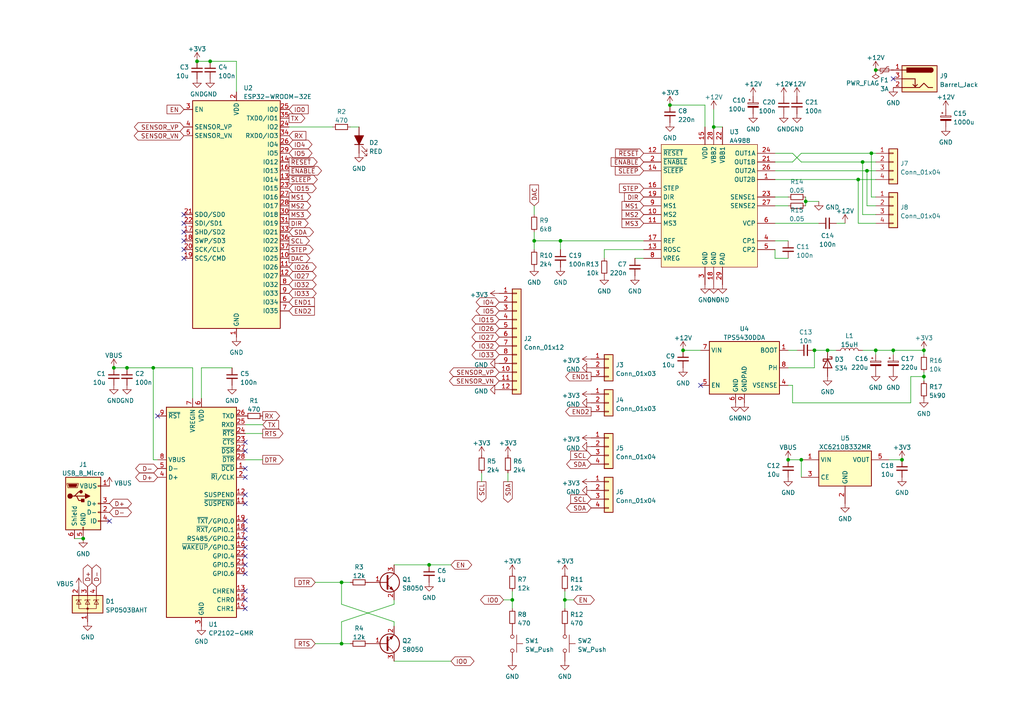
<source format=kicad_sch>
(kicad_sch (version 20211123) (generator eeschema)

  (uuid e63e39d7-6ac0-4ffd-8aa3-1841a4541b55)

  (paper "A4")

  (title_block
    (title "STEP32")
    (rev "1")
    (company "coolfactor.org")
    (comment 1 "ESP32 development board with stepper driver")
  )

  

  (junction (at 163.83 173.99) (diameter 0) (color 0 0 0 0)
    (uuid 0862f619-694b-4229-8443-888dda7f012f)
  )
  (junction (at 194.31 30.48) (diameter 0) (color 0 0 0 0)
    (uuid 0e4a5b1a-6ab0-489a-9d8c-12fca5af3322)
  )
  (junction (at 60.96 17.78) (diameter 0) (color 0 0 0 0)
    (uuid 0ea28089-760c-4103-bb70-00e7ec6b0004)
  )
  (junction (at 233.68 58.42) (diameter 0) (color 0 0 0 0)
    (uuid 154cec8f-c806-4e25-80e2-660c54797e66)
  )
  (junction (at 236.22 101.6) (diameter 0) (color 0 0 0 0)
    (uuid 17a38a7c-0e8c-48d1-bc2d-8f1bf1d00ed7)
  )
  (junction (at 124.46 163.83) (diameter 0) (color 0 0 0 0)
    (uuid 24d36262-13a1-44f4-951c-56ca6ac6b301)
  )
  (junction (at 198.12 101.6) (diameter 0) (color 0 0 0 0)
    (uuid 2798161a-c817-4fd6-91c7-b43ad9d4abae)
  )
  (junction (at 248.92 52.07) (diameter 0) (color 0 0 0 0)
    (uuid 3c2e886d-06ac-4965-906c-9fdf02cc3988)
  )
  (junction (at 252.73 44.45) (diameter 0) (color 0 0 0 0)
    (uuid 3d979c2a-653f-43cb-b420-ef3edb69ffcc)
  )
  (junction (at 57.15 17.78) (diameter 0) (color 0 0 0 0)
    (uuid 47bda594-f086-4f9c-8f3e-8e197bd9e4ea)
  )
  (junction (at 162.56 69.85) (diameter 0) (color 0 0 0 0)
    (uuid 4bfcc746-e0e8-45ae-84fa-717c41d603e1)
  )
  (junction (at 261.62 133.35) (diameter 0) (color 0 0 0 0)
    (uuid 503fec40-9de6-47a3-8295-eebd52eaf04d)
  )
  (junction (at 254 101.6) (diameter 0) (color 0 0 0 0)
    (uuid 5286f95d-a779-4b3a-9306-e0d959afaa14)
  )
  (junction (at 36.83 106.68) (diameter 0) (color 0 0 0 0)
    (uuid 5cace8d3-3420-4b9c-ae8a-6b621d09c7f9)
  )
  (junction (at 251.46 49.53) (diameter 0) (color 0 0 0 0)
    (uuid 5d91547f-2409-48ac-9e33-c1b8d89ab313)
  )
  (junction (at 254 20.32) (diameter 0) (color 0 0 0 0)
    (uuid 64369bd4-cc51-4659-87dc-9ba8bf574a7c)
  )
  (junction (at 267.97 109.22) (diameter 0) (color 0 0 0 0)
    (uuid 76731113-beb9-4b80-9440-01f4ee5b24a0)
  )
  (junction (at 250.19 46.99) (diameter 0) (color 0 0 0 0)
    (uuid 79a35b1e-ef9c-4ade-aa30-928c3f22b003)
  )
  (junction (at 207.01 36.83) (diameter 0) (color 0 0 0 0)
    (uuid 7b3c2d3f-d2c3-4b98-b5c3-7911bf7bb1f4)
  )
  (junction (at 99.06 186.69) (diameter 0) (color 0 0 0 0)
    (uuid 7bf044a6-9376-482f-a794-a03c0ce159e9)
  )
  (junction (at 24.13 156.21) (diameter 0) (color 0 0 0 0)
    (uuid 8dbb7353-dbae-4941-b987-9f6e49c2cd79)
  )
  (junction (at 44.45 106.68) (diameter 0) (color 0 0 0 0)
    (uuid 984edd75-8c53-4b1e-8575-c5ec6cc21ad2)
  )
  (junction (at 154.94 69.85) (diameter 0) (color 0 0 0 0)
    (uuid a051d671-5be8-44ce-bc5d-1791f511da25)
  )
  (junction (at 33.02 106.68) (diameter 0) (color 0 0 0 0)
    (uuid a0b57fc0-1c3f-443d-abff-71962a0798a0)
  )
  (junction (at 240.03 101.6) (diameter 0) (color 0 0 0 0)
    (uuid b36381fe-5e29-45e6-830e-4ce470618178)
  )
  (junction (at 259.08 101.6) (diameter 0) (color 0 0 0 0)
    (uuid b8a5d8d7-fa3f-411c-8c58-68ed4477ecd9)
  )
  (junction (at 148.59 173.99) (diameter 0) (color 0 0 0 0)
    (uuid c1429d16-3937-42e5-b745-c26dab0608f9)
  )
  (junction (at 267.97 101.6) (diameter 0) (color 0 0 0 0)
    (uuid c259902c-6e7d-4c55-ab6c-89b29d0aa653)
  )
  (junction (at 232.41 133.35) (diameter 0) (color 0 0 0 0)
    (uuid cebb95c4-2d3b-40e5-8c45-a01cf4fdb621)
  )
  (junction (at 99.06 168.91) (diameter 0) (color 0 0 0 0)
    (uuid d905a821-045c-4ba1-b58f-6d130d070b6e)
  )
  (junction (at 228.6 133.35) (diameter 0) (color 0 0 0 0)
    (uuid dc9acd4a-3f03-4ffd-8be5-5296659567b8)
  )

  (no_connect (at 203.2 111.76) (uuid 4fbb93bc-a737-4c80-8cf2-b481e29016f6))
  (no_connect (at 31.75 151.13) (uuid 6b77e60b-6680-418c-822c-c89d2ff47036))
  (no_connect (at 259.08 22.86) (uuid c5572f1f-e3eb-4163-aaed-ece0be526443))
  (no_connect (at 71.12 156.21) (uuid cb68db26-e491-422d-a39b-3343b1d7c915))
  (no_connect (at 71.12 158.75) (uuid cb68db26-e491-422d-a39b-3343b1d7c916))
  (no_connect (at 71.12 161.29) (uuid cb68db26-e491-422d-a39b-3343b1d7c917))
  (no_connect (at 71.12 163.83) (uuid cb68db26-e491-422d-a39b-3343b1d7c918))
  (no_connect (at 71.12 128.27) (uuid cb68db26-e491-422d-a39b-3343b1d7c919))
  (no_connect (at 71.12 130.81) (uuid cb68db26-e491-422d-a39b-3343b1d7c91a))
  (no_connect (at 71.12 135.89) (uuid cb68db26-e491-422d-a39b-3343b1d7c91b))
  (no_connect (at 71.12 166.37) (uuid cb68db26-e491-422d-a39b-3343b1d7c91c))
  (no_connect (at 71.12 171.45) (uuid cb68db26-e491-422d-a39b-3343b1d7c91d))
  (no_connect (at 71.12 173.99) (uuid cb68db26-e491-422d-a39b-3343b1d7c91e))
  (no_connect (at 71.12 176.53) (uuid cb68db26-e491-422d-a39b-3343b1d7c91f))
  (no_connect (at 71.12 138.43) (uuid cb68db26-e491-422d-a39b-3343b1d7c920))
  (no_connect (at 71.12 143.51) (uuid cb68db26-e491-422d-a39b-3343b1d7c921))
  (no_connect (at 71.12 146.05) (uuid cb68db26-e491-422d-a39b-3343b1d7c922))
  (no_connect (at 71.12 151.13) (uuid cb68db26-e491-422d-a39b-3343b1d7c923))
  (no_connect (at 71.12 153.67) (uuid cb68db26-e491-422d-a39b-3343b1d7c924))
  (no_connect (at 53.34 69.85) (uuid e8616a10-6f51-423b-96b4-88647402b056))
  (no_connect (at 53.34 72.39) (uuid e8616a10-6f51-423b-96b4-88647402b057))
  (no_connect (at 53.34 74.93) (uuid e8616a10-6f51-423b-96b4-88647402b058))
  (no_connect (at 53.34 62.23) (uuid e8616a10-6f51-423b-96b4-88647402b059))
  (no_connect (at 53.34 64.77) (uuid e8616a10-6f51-423b-96b4-88647402b05a))
  (no_connect (at 53.34 67.31) (uuid e8616a10-6f51-423b-96b4-88647402b05b))
  (no_connect (at 45.72 120.65) (uuid f538a2e6-0e89-4c45-8220-95198cac256b))

  (wire (pts (xy 229.87 111.76) (xy 229.87 116.84))
    (stroke (width 0) (type default) (color 0 0 0 0))
    (uuid 01ccb8c1-7be7-4ce3-ad2c-072f936f7903)
  )
  (wire (pts (xy 250.19 46.99) (xy 254 46.99))
    (stroke (width 0) (type default) (color 0 0 0 0))
    (uuid 0588dda9-f86c-4378-a89e-e77533897185)
  )
  (wire (pts (xy 114.3 181.61) (xy 114.3 180.34))
    (stroke (width 0) (type default) (color 0 0 0 0))
    (uuid 06db825a-8156-4151-98f8-289203e154a2)
  )
  (wire (pts (xy 184.15 74.93) (xy 186.69 74.93))
    (stroke (width 0) (type default) (color 0 0 0 0))
    (uuid 08158dd2-b38e-4e34-a58e-0b1dd39f2088)
  )
  (wire (pts (xy 259.08 101.6) (xy 254 101.6))
    (stroke (width 0) (type default) (color 0 0 0 0))
    (uuid 0a65d742-650a-49ec-a637-1d0a351efda9)
  )
  (wire (pts (xy 229.87 116.84) (xy 264.16 116.84))
    (stroke (width 0) (type default) (color 0 0 0 0))
    (uuid 0cc24182-400a-420d-8860-636275da2511)
  )
  (wire (pts (xy 71.12 133.35) (xy 76.2 133.35))
    (stroke (width 0) (type default) (color 0 0 0 0))
    (uuid 0da43f60-ffbd-4eec-88c9-1882f49e3da6)
  )
  (wire (pts (xy 254 59.69) (xy 251.46 59.69))
    (stroke (width 0) (type default) (color 0 0 0 0))
    (uuid 1649f423-fb66-4ccb-8071-d5fd43da1933)
  )
  (wire (pts (xy 163.83 173.99) (xy 163.83 176.53))
    (stroke (width 0) (type default) (color 0 0 0 0))
    (uuid 17fa7d3d-fff5-4ebe-b78e-8337b0a58905)
  )
  (wire (pts (xy 267.97 101.6) (xy 259.08 101.6))
    (stroke (width 0) (type default) (color 0 0 0 0))
    (uuid 1cf370db-8ee0-4e9b-92b7-acd907b583ce)
  )
  (wire (pts (xy 232.41 46.99) (xy 250.19 46.99))
    (stroke (width 0) (type default) (color 0 0 0 0))
    (uuid 1d31b21f-7e9b-49b8-b4c4-00ad13f24cd9)
  )
  (wire (pts (xy 207.01 31.75) (xy 207.01 36.83))
    (stroke (width 0) (type default) (color 0 0 0 0))
    (uuid 1e8fccd9-fe93-4072-ac5b-2508ad899eaf)
  )
  (wire (pts (xy 99.06 180.34) (xy 99.06 186.69))
    (stroke (width 0) (type default) (color 0 0 0 0))
    (uuid 1e98a717-8444-450c-8a47-faa54271723a)
  )
  (wire (pts (xy 162.56 69.85) (xy 162.56 72.39))
    (stroke (width 0) (type default) (color 0 0 0 0))
    (uuid 1eee73d5-de89-41a1-b080-d8e49e102c45)
  )
  (wire (pts (xy 83.82 36.83) (xy 96.52 36.83))
    (stroke (width 0) (type default) (color 0 0 0 0))
    (uuid 20665819-938a-4eed-8a91-346533117eee)
  )
  (wire (pts (xy 99.06 168.91) (xy 99.06 175.26))
    (stroke (width 0) (type default) (color 0 0 0 0))
    (uuid 21121da6-e453-46f4-b037-90187113f86a)
  )
  (wire (pts (xy 124.46 163.83) (xy 130.81 163.83))
    (stroke (width 0) (type default) (color 0 0 0 0))
    (uuid 2347e3e8-3f5a-470b-a426-f131517ffb83)
  )
  (wire (pts (xy 114.3 175.26) (xy 99.06 180.34))
    (stroke (width 0) (type default) (color 0 0 0 0))
    (uuid 2463f129-cd78-4104-bd2b-4005c47c83af)
  )
  (wire (pts (xy 36.83 106.68) (xy 44.45 106.68))
    (stroke (width 0) (type default) (color 0 0 0 0))
    (uuid 26a9e978-1526-497b-8798-403c907122b8)
  )
  (wire (pts (xy 68.58 17.78) (xy 60.96 17.78))
    (stroke (width 0) (type default) (color 0 0 0 0))
    (uuid 284654ca-4535-4f68-8028-457cae2076f7)
  )
  (wire (pts (xy 45.72 133.35) (xy 44.45 133.35))
    (stroke (width 0) (type default) (color 0 0 0 0))
    (uuid 28c2e60b-9dad-4ba0-be1d-cf239168ea5f)
  )
  (wire (pts (xy 44.45 106.68) (xy 44.45 133.35))
    (stroke (width 0) (type default) (color 0 0 0 0))
    (uuid 294d2226-6def-452b-995a-9b2acc43d133)
  )
  (wire (pts (xy 248.92 52.07) (xy 254 52.07))
    (stroke (width 0) (type default) (color 0 0 0 0))
    (uuid 2e4bd7ed-24fd-43c1-97f8-932d55d0198d)
  )
  (wire (pts (xy 91.44 186.69) (xy 99.06 186.69))
    (stroke (width 0) (type default) (color 0 0 0 0))
    (uuid 3562eafc-c334-473b-b9bc-dc9b036cddd4)
  )
  (wire (pts (xy 114.3 191.77) (xy 130.81 191.77))
    (stroke (width 0) (type default) (color 0 0 0 0))
    (uuid 3a7f15b1-68cd-4bf1-a5d9-f83f110cf3e1)
  )
  (wire (pts (xy 229.87 46.99) (xy 232.41 44.45))
    (stroke (width 0) (type default) (color 0 0 0 0))
    (uuid 3be80923-b320-460a-9e34-b72786e3b412)
  )
  (wire (pts (xy 148.59 173.99) (xy 148.59 176.53))
    (stroke (width 0) (type default) (color 0 0 0 0))
    (uuid 3fe1245d-37d4-47d3-b76f-c461994a413d)
  )
  (wire (pts (xy 229.87 44.45) (xy 232.41 46.99))
    (stroke (width 0) (type default) (color 0 0 0 0))
    (uuid 4325d3bf-3ce1-4d05-9b0b-ba79c331c9d1)
  )
  (wire (pts (xy 21.59 156.21) (xy 24.13 156.21))
    (stroke (width 0) (type default) (color 0 0 0 0))
    (uuid 4343a537-9242-400a-acc9-699b1b8023ce)
  )
  (wire (pts (xy 44.45 106.68) (xy 55.88 106.68))
    (stroke (width 0) (type default) (color 0 0 0 0))
    (uuid 4cc9d7d9-d0e5-4c62-a5bf-907c222f2103)
  )
  (wire (pts (xy 175.26 72.39) (xy 186.69 72.39))
    (stroke (width 0) (type default) (color 0 0 0 0))
    (uuid 4e42f8cf-1ba3-4dc8-918c-4364c82069af)
  )
  (wire (pts (xy 236.22 106.68) (xy 236.22 101.6))
    (stroke (width 0) (type default) (color 0 0 0 0))
    (uuid 51e0700f-a0a5-4647-8f22-f9f619cd9a60)
  )
  (wire (pts (xy 224.79 69.85) (xy 228.6 69.85))
    (stroke (width 0) (type default) (color 0 0 0 0))
    (uuid 523a2084-0ba6-4554-9f10-02be92864e6c)
  )
  (wire (pts (xy 224.79 52.07) (xy 248.92 52.07))
    (stroke (width 0) (type default) (color 0 0 0 0))
    (uuid 5412157d-a2dd-454d-9ceb-d7c1cbd85a5d)
  )
  (wire (pts (xy 224.79 74.93) (xy 228.6 74.93))
    (stroke (width 0) (type default) (color 0 0 0 0))
    (uuid 5b4d4271-0863-4631-9841-6b204625d8c3)
  )
  (wire (pts (xy 240.03 101.6) (xy 242.57 101.6))
    (stroke (width 0) (type default) (color 0 0 0 0))
    (uuid 5b4edfb9-ba51-4920-ac6c-5a6a75232818)
  )
  (wire (pts (xy 254 57.15) (xy 252.73 57.15))
    (stroke (width 0) (type default) (color 0 0 0 0))
    (uuid 5ba4844e-a9f8-4d4c-ad61-67934227671b)
  )
  (wire (pts (xy 228.6 101.6) (xy 231.14 101.6))
    (stroke (width 0) (type default) (color 0 0 0 0))
    (uuid 5d0927be-e460-4d6c-9ffb-e05a2aa59d4c)
  )
  (wire (pts (xy 257.81 133.35) (xy 261.62 133.35))
    (stroke (width 0) (type default) (color 0 0 0 0))
    (uuid 65800316-2d0b-4dd3-87fb-b7acfd4305da)
  )
  (wire (pts (xy 264.16 116.84) (xy 264.16 109.22))
    (stroke (width 0) (type default) (color 0 0 0 0))
    (uuid 6a02ef5b-b56e-43ce-96bd-9155d6ddbcd2)
  )
  (wire (pts (xy 267.97 109.22) (xy 267.97 110.49))
    (stroke (width 0) (type default) (color 0 0 0 0))
    (uuid 6b6f2ff9-c6aa-4ff2-b388-90859ef749aa)
  )
  (wire (pts (xy 147.32 137.16) (xy 147.32 139.7))
    (stroke (width 0) (type default) (color 0 0 0 0))
    (uuid 6b96aa5d-0641-4c7c-95bd-7af7ba9dd7e1)
  )
  (wire (pts (xy 114.3 180.34) (xy 99.06 175.26))
    (stroke (width 0) (type default) (color 0 0 0 0))
    (uuid 7023fdff-9fd3-42d5-91b0-cb798359dd65)
  )
  (wire (pts (xy 224.79 44.45) (xy 229.87 44.45))
    (stroke (width 0) (type default) (color 0 0 0 0))
    (uuid 706cd116-da0e-404f-b3a9-878076667a56)
  )
  (wire (pts (xy 204.47 30.48) (xy 194.31 30.48))
    (stroke (width 0) (type default) (color 0 0 0 0))
    (uuid 73927fee-9b79-4ef9-938f-eccdb92584b9)
  )
  (wire (pts (xy 71.12 125.73) (xy 76.2 125.73))
    (stroke (width 0) (type default) (color 0 0 0 0))
    (uuid 7550fb15-521f-4120-92f5-07a1d8b66f15)
  )
  (wire (pts (xy 264.16 109.22) (xy 267.97 109.22))
    (stroke (width 0) (type default) (color 0 0 0 0))
    (uuid 7c35bb36-f2aa-444e-9284-877405ff18a1)
  )
  (wire (pts (xy 228.6 133.35) (xy 232.41 133.35))
    (stroke (width 0) (type default) (color 0 0 0 0))
    (uuid 7ec1b655-8e55-44d4-b4db-a9b1fc13cdba)
  )
  (wire (pts (xy 33.02 106.68) (xy 36.83 106.68))
    (stroke (width 0) (type default) (color 0 0 0 0))
    (uuid 7f500f2f-e2d3-4710-9b74-6bcec2d2fc77)
  )
  (wire (pts (xy 175.26 72.39) (xy 175.26 74.93))
    (stroke (width 0) (type default) (color 0 0 0 0))
    (uuid 805c36a3-54a1-467f-a588-4c029d6b39cc)
  )
  (wire (pts (xy 252.73 57.15) (xy 252.73 44.45))
    (stroke (width 0) (type default) (color 0 0 0 0))
    (uuid 809e5667-2218-4c6e-819d-b05a43982649)
  )
  (wire (pts (xy 71.12 123.19) (xy 76.2 123.19))
    (stroke (width 0) (type default) (color 0 0 0 0))
    (uuid 8316f2fe-0bb0-4943-b42a-ca8b58bc6604)
  )
  (wire (pts (xy 114.3 163.83) (xy 124.46 163.83))
    (stroke (width 0) (type default) (color 0 0 0 0))
    (uuid 8c2c92bf-96ce-4e56-9f87-88fbfb8da393)
  )
  (wire (pts (xy 267.97 107.95) (xy 267.97 109.22))
    (stroke (width 0) (type default) (color 0 0 0 0))
    (uuid 8c2ee012-e023-49a3-927f-100d6ff688cb)
  )
  (wire (pts (xy 204.47 36.83) (xy 204.47 30.48))
    (stroke (width 0) (type default) (color 0 0 0 0))
    (uuid 93408c22-91c1-42af-a66c-be9fedca9502)
  )
  (wire (pts (xy 233.68 58.42) (xy 233.68 59.69))
    (stroke (width 0) (type default) (color 0 0 0 0))
    (uuid 95cbe510-1b7c-4e4e-9c01-94141a0f63b7)
  )
  (wire (pts (xy 162.56 69.85) (xy 186.69 69.85))
    (stroke (width 0) (type default) (color 0 0 0 0))
    (uuid 97101df0-5494-413f-83f7-09a607b0f93e)
  )
  (wire (pts (xy 250.19 62.23) (xy 250.19 46.99))
    (stroke (width 0) (type default) (color 0 0 0 0))
    (uuid 97c5b24e-3141-4897-aca8-6c3148899a47)
  )
  (wire (pts (xy 58.42 106.68) (xy 58.42 115.57))
    (stroke (width 0) (type default) (color 0 0 0 0))
    (uuid 983d7a97-e887-41d5-b1a4-e18fa0bdb5bd)
  )
  (wire (pts (xy 57.15 17.78) (xy 60.96 17.78))
    (stroke (width 0) (type default) (color 0 0 0 0))
    (uuid 9a3c24a8-4b0e-4464-9976-a46a07c2e4cc)
  )
  (wire (pts (xy 251.46 59.69) (xy 251.46 49.53))
    (stroke (width 0) (type default) (color 0 0 0 0))
    (uuid 9beab616-4017-461d-942d-7c2994db4af3)
  )
  (wire (pts (xy 58.42 106.68) (xy 67.31 106.68))
    (stroke (width 0) (type default) (color 0 0 0 0))
    (uuid 9c56db0c-e38f-40a1-a5e7-69b9955724b3)
  )
  (wire (pts (xy 232.41 133.35) (xy 232.41 138.43))
    (stroke (width 0) (type default) (color 0 0 0 0))
    (uuid 9d02940a-4150-4922-8440-6f8456a12d2d)
  )
  (wire (pts (xy 228.6 111.76) (xy 229.87 111.76))
    (stroke (width 0) (type default) (color 0 0 0 0))
    (uuid 9d92a13d-62bc-4216-ac15-d45e5ae96251)
  )
  (wire (pts (xy 154.94 59.69) (xy 154.94 62.23))
    (stroke (width 0) (type default) (color 0 0 0 0))
    (uuid 9dc30ca3-ee79-422e-80cc-f4c93c9cd436)
  )
  (wire (pts (xy 267.97 102.87) (xy 267.97 101.6))
    (stroke (width 0) (type default) (color 0 0 0 0))
    (uuid 9e6f3c21-444e-4379-aca3-5207474618c2)
  )
  (wire (pts (xy 259.08 101.6) (xy 259.08 102.87))
    (stroke (width 0) (type default) (color 0 0 0 0))
    (uuid a655f942-a285-45ed-9a7e-94808b735084)
  )
  (wire (pts (xy 224.79 64.77) (xy 237.49 64.77))
    (stroke (width 0) (type default) (color 0 0 0 0))
    (uuid a7620a8e-3b61-4600-899e-ce6c6c78e9fa)
  )
  (wire (pts (xy 154.94 69.85) (xy 162.56 69.85))
    (stroke (width 0) (type default) (color 0 0 0 0))
    (uuid a7921e12-7f89-47dc-ba10-6b58d6f1b0ba)
  )
  (wire (pts (xy 207.01 36.83) (xy 209.55 36.83))
    (stroke (width 0) (type default) (color 0 0 0 0))
    (uuid a8c2cbc7-8d28-4ecf-bb8a-f28f65325513)
  )
  (wire (pts (xy 198.12 101.6) (xy 203.2 101.6))
    (stroke (width 0) (type default) (color 0 0 0 0))
    (uuid a9031d62-b002-431e-8efc-80c386bdb8f2)
  )
  (wire (pts (xy 233.68 57.15) (xy 233.68 58.42))
    (stroke (width 0) (type default) (color 0 0 0 0))
    (uuid aba0aa8b-678f-40a8-b632-a9ae4be3bdd3)
  )
  (wire (pts (xy 114.3 173.99) (xy 114.3 175.26))
    (stroke (width 0) (type default) (color 0 0 0 0))
    (uuid ac9cb074-db3c-42c9-a5c4-0b63f9f4068a)
  )
  (wire (pts (xy 236.22 101.6) (xy 240.03 101.6))
    (stroke (width 0) (type default) (color 0 0 0 0))
    (uuid aca88924-5984-410b-8fc2-b7bd60dfd862)
  )
  (wire (pts (xy 224.79 49.53) (xy 251.46 49.53))
    (stroke (width 0) (type default) (color 0 0 0 0))
    (uuid ad3e8f9f-b83f-4dd7-acfe-da9c193b9b6d)
  )
  (wire (pts (xy 224.79 72.39) (xy 224.79 74.93))
    (stroke (width 0) (type default) (color 0 0 0 0))
    (uuid ae0e679f-451f-4311-ae21-b8922b733218)
  )
  (wire (pts (xy 99.06 168.91) (xy 101.6 168.91))
    (stroke (width 0) (type default) (color 0 0 0 0))
    (uuid ae298471-9f4e-49bf-b16b-bb4b784c507e)
  )
  (wire (pts (xy 254 64.77) (xy 248.92 64.77))
    (stroke (width 0) (type default) (color 0 0 0 0))
    (uuid afeedfe7-cce7-4878-beac-620b0ebd29e2)
  )
  (wire (pts (xy 248.92 64.77) (xy 248.92 52.07))
    (stroke (width 0) (type default) (color 0 0 0 0))
    (uuid b562832f-46bd-40d9-b603-c3c0562ec932)
  )
  (wire (pts (xy 254 62.23) (xy 250.19 62.23))
    (stroke (width 0) (type default) (color 0 0 0 0))
    (uuid bda5224d-8414-43b9-a51a-538f261de30e)
  )
  (wire (pts (xy 163.83 171.45) (xy 163.83 173.99))
    (stroke (width 0) (type default) (color 0 0 0 0))
    (uuid c1f024cc-f994-4e93-8b6f-0ff9b18fb7cf)
  )
  (wire (pts (xy 251.46 49.53) (xy 254 49.53))
    (stroke (width 0) (type default) (color 0 0 0 0))
    (uuid c231bce5-a9bb-4dbf-8fe2-f711efe20f76)
  )
  (wire (pts (xy 163.83 173.99) (xy 166.37 173.99))
    (stroke (width 0) (type default) (color 0 0 0 0))
    (uuid c4dee925-29b4-418e-8e16-87b0e4e3dc0f)
  )
  (wire (pts (xy 154.94 67.31) (xy 154.94 69.85))
    (stroke (width 0) (type default) (color 0 0 0 0))
    (uuid c4e574f7-4356-4f15-8417-19eddfa86ee9)
  )
  (wire (pts (xy 224.79 57.15) (xy 228.6 57.15))
    (stroke (width 0) (type default) (color 0 0 0 0))
    (uuid caab4b7f-3744-4681-b77e-4270362c8514)
  )
  (wire (pts (xy 55.88 115.57) (xy 55.88 106.68))
    (stroke (width 0) (type default) (color 0 0 0 0))
    (uuid cc6fbecb-e59e-4f40-9b77-326890b42e37)
  )
  (wire (pts (xy 146.05 173.99) (xy 148.59 173.99))
    (stroke (width 0) (type default) (color 0 0 0 0))
    (uuid ccb625f0-e7c2-42b2-adfe-1324ca99217d)
  )
  (wire (pts (xy 250.19 101.6) (xy 254 101.6))
    (stroke (width 0) (type default) (color 0 0 0 0))
    (uuid cdb7ffe2-36fc-4d30-8f89-fb61dd8d2b95)
  )
  (wire (pts (xy 148.59 173.99) (xy 148.59 171.45))
    (stroke (width 0) (type default) (color 0 0 0 0))
    (uuid d1f1746b-75da-423c-b7f8-ad7d16764af3)
  )
  (wire (pts (xy 99.06 186.69) (xy 101.6 186.69))
    (stroke (width 0) (type default) (color 0 0 0 0))
    (uuid d3e8e845-6041-4cb2-8fdc-bcf4a700397d)
  )
  (wire (pts (xy 154.94 69.85) (xy 154.94 72.39))
    (stroke (width 0) (type default) (color 0 0 0 0))
    (uuid d6fea9cb-ae0e-478c-81a4-d35ae3e64258)
  )
  (wire (pts (xy 254 101.6) (xy 254 102.87))
    (stroke (width 0) (type default) (color 0 0 0 0))
    (uuid e5097e2d-5da6-4cb6-b42b-e882310dd5a6)
  )
  (wire (pts (xy 224.79 46.99) (xy 229.87 46.99))
    (stroke (width 0) (type default) (color 0 0 0 0))
    (uuid e5da596e-6db0-4f72-a562-3e6ad2acb086)
  )
  (wire (pts (xy 242.57 64.77) (xy 245.11 64.77))
    (stroke (width 0) (type default) (color 0 0 0 0))
    (uuid ea73357e-b29f-4acf-979f-7c1a109bd565)
  )
  (wire (pts (xy 228.6 106.68) (xy 236.22 106.68))
    (stroke (width 0) (type default) (color 0 0 0 0))
    (uuid ebb25390-25e4-4130-9b49-d91cdb927e75)
  )
  (wire (pts (xy 68.58 26.67) (xy 68.58 17.78))
    (stroke (width 0) (type default) (color 0 0 0 0))
    (uuid ef91c5d5-3619-49d5-943e-65ad18271c2a)
  )
  (wire (pts (xy 224.79 59.69) (xy 228.6 59.69))
    (stroke (width 0) (type default) (color 0 0 0 0))
    (uuid f022913c-74ce-426e-973d-e6bfb212edb3)
  )
  (wire (pts (xy 101.6 36.83) (xy 104.14 36.83))
    (stroke (width 0) (type default) (color 0 0 0 0))
    (uuid f0401ee4-c0f3-4f02-a815-7a5ff634bca7)
  )
  (wire (pts (xy 139.7 137.16) (xy 139.7 139.7))
    (stroke (width 0) (type default) (color 0 0 0 0))
    (uuid f43eb2d1-fb96-40e2-8775-8b9490adafe7)
  )
  (wire (pts (xy 99.06 168.91) (xy 91.44 168.91))
    (stroke (width 0) (type default) (color 0 0 0 0))
    (uuid f50c4597-3de0-4550-8f7e-7b8f709af804)
  )
  (wire (pts (xy 252.73 44.45) (xy 254 44.45))
    (stroke (width 0) (type default) (color 0 0 0 0))
    (uuid f7f21e7c-a7d8-4660-9dcd-9548e539ae47)
  )
  (wire (pts (xy 233.68 58.42) (xy 237.49 58.42))
    (stroke (width 0) (type default) (color 0 0 0 0))
    (uuid f907edfa-3ec0-4509-b698-a3da8fb6dd7d)
  )
  (wire (pts (xy 232.41 44.45) (xy 252.73 44.45))
    (stroke (width 0) (type default) (color 0 0 0 0))
    (uuid ff885fff-54d3-4f79-9a32-7aa5b7801c37)
  )

  (global_label "IO4" (shape bidirectional) (at 144.78 87.63 180) (fields_autoplaced)
    (effects (font (size 1.27 1.27)) (justify right))
    (uuid 05548659-6772-40fa-b33a-2a166fdc8a8a)
    (property "Intersheet References" "${INTERSHEET_REFS}" (id 0) (at 139.2221 87.5506 0)
      (effects (font (size 1.27 1.27)) (justify right) hide)
    )
  )
  (global_label "STEP" (shape output) (at 83.82 72.39 0) (fields_autoplaced)
    (effects (font (size 1.27 1.27)) (justify left))
    (uuid 0c5f71da-4fe3-4989-842a-67b25e704359)
    (property "Intersheet References" "${INTERSHEET_REFS}" (id 0) (at 90.8293 72.3106 0)
      (effects (font (size 1.27 1.27)) (justify left) hide)
    )
  )
  (global_label "MS3" (shape output) (at 83.82 62.23 0) (fields_autoplaced)
    (effects (font (size 1.27 1.27)) (justify left))
    (uuid 1a212e18-1a05-4bf5-b8e0-045680893ae3)
    (property "Intersheet References" "${INTERSHEET_REFS}" (id 0) (at 90.1036 62.1506 0)
      (effects (font (size 1.27 1.27)) (justify left) hide)
    )
  )
  (global_label "D-" (shape bidirectional) (at 27.94 170.18 90) (fields_autoplaced)
    (effects (font (size 1.27 1.27)) (justify left))
    (uuid 2097d5e0-fbbd-4731-84fc-64b80d216111)
    (property "Intersheet References" "${INTERSHEET_REFS}" (id 0) (at 27.8606 164.9245 90)
      (effects (font (size 1.27 1.27)) (justify left) hide)
    )
  )
  (global_label "MS2" (shape output) (at 83.82 59.69 0) (fields_autoplaced)
    (effects (font (size 1.27 1.27)) (justify left))
    (uuid 247c6e8d-e782-4dec-b7f9-4168107043ff)
    (property "Intersheet References" "${INTERSHEET_REFS}" (id 0) (at 90.1036 59.6106 0)
      (effects (font (size 1.27 1.27)) (justify left) hide)
    )
  )
  (global_label "DAC" (shape output) (at 83.82 74.93 0) (fields_autoplaced)
    (effects (font (size 1.27 1.27)) (justify left))
    (uuid 25834784-7e6a-4fde-82ca-119663f255e6)
    (property "Intersheet References" "${INTERSHEET_REFS}" (id 0) (at 89.8617 74.8506 0)
      (effects (font (size 1.27 1.27)) (justify left) hide)
    )
  )
  (global_label "IO4" (shape bidirectional) (at 83.82 41.91 0) (fields_autoplaced)
    (effects (font (size 1.27 1.27)) (justify left))
    (uuid 2a4b43ae-8532-419b-b8c3-dd364cdcc09b)
    (property "Intersheet References" "${INTERSHEET_REFS}" (id 0) (at 89.3779 41.8306 0)
      (effects (font (size 1.27 1.27)) (justify left) hide)
    )
  )
  (global_label "SENSOR_VP" (shape bidirectional) (at 144.78 107.95 180) (fields_autoplaced)
    (effects (font (size 1.27 1.27)) (justify right))
    (uuid 3e16b2bc-0ed9-4c98-b70a-be4b9c414ac7)
    (property "Intersheet References" "${INTERSHEET_REFS}" (id 0) (at 131.5417 107.8706 0)
      (effects (font (size 1.27 1.27)) (justify right) hide)
    )
  )
  (global_label "SCL" (shape input) (at 171.45 144.78 180) (fields_autoplaced)
    (effects (font (size 1.27 1.27)) (justify right))
    (uuid 426bd8df-81cb-4891-adb3-c20859dd411e)
    (property "Intersheet References" "${INTERSHEET_REFS}" (id 0) (at 165.5293 144.7006 0)
      (effects (font (size 1.27 1.27)) (justify right) hide)
    )
  )
  (global_label "MS1" (shape output) (at 83.82 57.15 0) (fields_autoplaced)
    (effects (font (size 1.27 1.27)) (justify left))
    (uuid 4b8ed66a-b67c-4bee-8837-5991f0242638)
    (property "Intersheet References" "${INTERSHEET_REFS}" (id 0) (at 90.1036 57.0706 0)
      (effects (font (size 1.27 1.27)) (justify left) hide)
    )
  )
  (global_label "IO0" (shape tri_state) (at 130.81 191.77 0) (fields_autoplaced)
    (effects (font (size 1.27 1.27)) (justify left))
    (uuid 4f48a2b1-6dae-4244-bb20-cf53154605ce)
    (property "Intersheet References" "${INTERSHEET_REFS}" (id 0) (at 136.3679 191.6906 0)
      (effects (font (size 1.27 1.27)) (justify left) hide)
    )
  )
  (global_label "TX" (shape output) (at 83.82 34.29 0) (fields_autoplaced)
    (effects (font (size 1.27 1.27)) (justify left))
    (uuid 50432abd-1592-4fe2-b275-e7ef49c4b770)
    (property "Intersheet References" "${INTERSHEET_REFS}" (id 0) (at 88.4102 34.2106 0)
      (effects (font (size 1.27 1.27)) (justify left) hide)
    )
  )
  (global_label "SDA" (shape bidirectional) (at 83.82 67.31 0) (fields_autoplaced)
    (effects (font (size 1.27 1.27)) (justify left))
    (uuid 56a41d1c-4938-4b30-832f-71ecfbfa8895)
    (property "Intersheet References" "${INTERSHEET_REFS}" (id 0) (at 89.8012 67.2306 0)
      (effects (font (size 1.27 1.27)) (justify left) hide)
    )
  )
  (global_label "TX" (shape input) (at 76.2 123.19 0) (fields_autoplaced)
    (effects (font (size 1.27 1.27)) (justify left))
    (uuid 56e5af78-12c4-4dd3-bec8-4497568abde5)
    (property "Intersheet References" "${INTERSHEET_REFS}" (id 0) (at 80.7902 123.1106 0)
      (effects (font (size 1.27 1.27)) (justify left) hide)
    )
  )
  (global_label "IO5" (shape bidirectional) (at 144.78 90.17 180) (fields_autoplaced)
    (effects (font (size 1.27 1.27)) (justify right))
    (uuid 5e1fbed6-6164-4925-a699-3ee9054b9ca5)
    (property "Intersheet References" "${INTERSHEET_REFS}" (id 0) (at 139.2221 90.0906 0)
      (effects (font (size 1.27 1.27)) (justify right) hide)
    )
  )
  (global_label "SCL" (shape input) (at 171.45 132.08 180) (fields_autoplaced)
    (effects (font (size 1.27 1.27)) (justify right))
    (uuid 5e6d8f59-0172-4efd-b8f1-0c303871347a)
    (property "Intersheet References" "${INTERSHEET_REFS}" (id 0) (at 165.5293 132.0006 0)
      (effects (font (size 1.27 1.27)) (justify right) hide)
    )
  )
  (global_label "~{ENABLE}" (shape input) (at 186.69 46.99 180) (fields_autoplaced)
    (effects (font (size 1.27 1.27)) (justify right))
    (uuid 5ef74a17-dc50-43be-bf03-59be769cea12)
    (property "Intersheet References" "${INTERSHEET_REFS}" (id 0) (at 177.2617 46.9106 0)
      (effects (font (size 1.27 1.27)) (justify right) hide)
    )
  )
  (global_label "IO0" (shape tri_state) (at 146.05 173.99 180) (fields_autoplaced)
    (effects (font (size 1.27 1.27)) (justify right))
    (uuid 6163d697-68d1-4959-bf27-2f17588b1c25)
    (property "Intersheet References" "${INTERSHEET_REFS}" (id 0) (at 140.4921 174.0694 0)
      (effects (font (size 1.27 1.27)) (justify right) hide)
    )
  )
  (global_label "IO27" (shape bidirectional) (at 144.78 97.79 180) (fields_autoplaced)
    (effects (font (size 1.27 1.27)) (justify right))
    (uuid 67ee806c-5291-442f-96f1-66cda74c092d)
    (property "Intersheet References" "${INTERSHEET_REFS}" (id 0) (at 138.0126 97.7106 0)
      (effects (font (size 1.27 1.27)) (justify right) hide)
    )
  )
  (global_label "DAC" (shape input) (at 154.94 59.69 90) (fields_autoplaced)
    (effects (font (size 1.27 1.27)) (justify left))
    (uuid 689e609d-199e-454b-b175-979280467dea)
    (property "Intersheet References" "${INTERSHEET_REFS}" (id 0) (at 154.8606 53.6483 90)
      (effects (font (size 1.27 1.27)) (justify left) hide)
    )
  )
  (global_label "IO33" (shape bidirectional) (at 83.82 85.09 0) (fields_autoplaced)
    (effects (font (size 1.27 1.27)) (justify left))
    (uuid 6cd9dfcf-15c4-475f-ad60-91d8aba5b3a5)
    (property "Intersheet References" "${INTERSHEET_REFS}" (id 0) (at 90.5874 85.0106 0)
      (effects (font (size 1.27 1.27)) (justify left) hide)
    )
  )
  (global_label "IO26" (shape bidirectional) (at 144.78 95.25 180) (fields_autoplaced)
    (effects (font (size 1.27 1.27)) (justify right))
    (uuid 6d640786-865f-4571-ae4e-7cb3774848f6)
    (property "Intersheet References" "${INTERSHEET_REFS}" (id 0) (at 138.0126 95.1706 0)
      (effects (font (size 1.27 1.27)) (justify right) hide)
    )
  )
  (global_label "RX" (shape input) (at 83.82 39.37 0) (fields_autoplaced)
    (effects (font (size 1.27 1.27)) (justify left))
    (uuid 77145e93-14e2-40a2-97f1-e04777e07bd2)
    (property "Intersheet References" "${INTERSHEET_REFS}" (id 0) (at 88.7126 39.2906 0)
      (effects (font (size 1.27 1.27)) (justify left) hide)
    )
  )
  (global_label "SDA" (shape output) (at 147.32 139.7 270) (fields_autoplaced)
    (effects (font (size 1.27 1.27)) (justify right))
    (uuid 7b998a41-2b88-439a-a0f4-7b03053604d1)
    (property "Intersheet References" "${INTERSHEET_REFS}" (id 0) (at 147.3994 145.6812 90)
      (effects (font (size 1.27 1.27)) (justify right) hide)
    )
  )
  (global_label "SCL" (shape output) (at 139.7 139.7 270) (fields_autoplaced)
    (effects (font (size 1.27 1.27)) (justify right))
    (uuid 7d545004-877a-44ba-b23e-bcdfe919cbcb)
    (property "Intersheet References" "${INTERSHEET_REFS}" (id 0) (at 139.7794 145.6207 90)
      (effects (font (size 1.27 1.27)) (justify right) hide)
    )
  )
  (global_label "IO15" (shape bidirectional) (at 144.78 92.71 180) (fields_autoplaced)
    (effects (font (size 1.27 1.27)) (justify right))
    (uuid 84a908bb-e9c7-458a-836e-137e45035305)
    (property "Intersheet References" "${INTERSHEET_REFS}" (id 0) (at 138.0126 92.6306 0)
      (effects (font (size 1.27 1.27)) (justify right) hide)
    )
  )
  (global_label "RX" (shape output) (at 76.2 120.65 0) (fields_autoplaced)
    (effects (font (size 1.27 1.27)) (justify left))
    (uuid 8c128a49-ab77-4ac0-a5fa-ae0fc010f63e)
    (property "Intersheet References" "${INTERSHEET_REFS}" (id 0) (at 81.0926 120.5706 0)
      (effects (font (size 1.27 1.27)) (justify left) hide)
    )
  )
  (global_label "~{ENABLE}" (shape output) (at 83.82 49.53 0) (fields_autoplaced)
    (effects (font (size 1.27 1.27)) (justify left))
    (uuid 9aa2b276-23d8-447e-b70f-625ce51d3d7a)
    (property "Intersheet References" "${INTERSHEET_REFS}" (id 0) (at 93.2483 49.4506 0)
      (effects (font (size 1.27 1.27)) (justify left) hide)
    )
  )
  (global_label "MS3" (shape input) (at 186.69 64.77 180) (fields_autoplaced)
    (effects (font (size 1.27 1.27)) (justify right))
    (uuid 9ab4165a-d24d-45ee-b9ce-b61ce96cd78c)
    (property "Intersheet References" "${INTERSHEET_REFS}" (id 0) (at 180.4064 64.6906 0)
      (effects (font (size 1.27 1.27)) (justify right) hide)
    )
  )
  (global_label "IO0" (shape input) (at 83.82 31.75 0) (fields_autoplaced)
    (effects (font (size 1.27 1.27)) (justify left))
    (uuid 9b217ac9-b8f4-4c3f-8660-9dcf3934f559)
    (property "Intersheet References" "${INTERSHEET_REFS}" (id 0) (at 89.3779 31.6706 0)
      (effects (font (size 1.27 1.27)) (justify left) hide)
    )
  )
  (global_label "DTR" (shape output) (at 76.2 133.35 0) (fields_autoplaced)
    (effects (font (size 1.27 1.27)) (justify left))
    (uuid 9b43b5fa-8141-4b1f-9f78-9d6aee8b6913)
    (property "Intersheet References" "${INTERSHEET_REFS}" (id 0) (at 82.1207 133.2706 0)
      (effects (font (size 1.27 1.27)) (justify left) hide)
    )
  )
  (global_label "END2" (shape input) (at 83.82 90.17 0) (fields_autoplaced)
    (effects (font (size 1.27 1.27)) (justify left))
    (uuid 9bc0a560-0f9e-4da8-ac64-be4cd4e09eed)
    (property "Intersheet References" "${INTERSHEET_REFS}" (id 0) (at 91.1921 90.0906 0)
      (effects (font (size 1.27 1.27)) (justify left) hide)
    )
  )
  (global_label "D+" (shape bidirectional) (at 25.4 170.18 90) (fields_autoplaced)
    (effects (font (size 1.27 1.27)) (justify left))
    (uuid 9c2084bc-a1b3-4993-bc6e-bd2ba2bfd5bf)
    (property "Intersheet References" "${INTERSHEET_REFS}" (id 0) (at 25.3206 164.9245 90)
      (effects (font (size 1.27 1.27)) (justify left) hide)
    )
  )
  (global_label "SDA" (shape bidirectional) (at 171.45 134.62 180) (fields_autoplaced)
    (effects (font (size 1.27 1.27)) (justify right))
    (uuid 9ed29af7-8c39-45bc-9f1f-9713bf88f331)
    (property "Intersheet References" "${INTERSHEET_REFS}" (id 0) (at 165.4688 134.5406 0)
      (effects (font (size 1.27 1.27)) (justify right) hide)
    )
  )
  (global_label "EN" (shape input) (at 53.34 31.75 180) (fields_autoplaced)
    (effects (font (size 1.27 1.27)) (justify right))
    (uuid 9fb3f10a-3432-4cd9-a97f-4329f4f2e93a)
    (property "Intersheet References" "${INTERSHEET_REFS}" (id 0) (at 48.4474 31.6706 0)
      (effects (font (size 1.27 1.27)) (justify right) hide)
    )
  )
  (global_label "IO32" (shape bidirectional) (at 83.82 82.55 0) (fields_autoplaced)
    (effects (font (size 1.27 1.27)) (justify left))
    (uuid a0ea028b-80e6-477d-860a-587fe71c4b25)
    (property "Intersheet References" "${INTERSHEET_REFS}" (id 0) (at 90.5874 82.4706 0)
      (effects (font (size 1.27 1.27)) (justify left) hide)
    )
  )
  (global_label "D-" (shape bidirectional) (at 45.72 135.89 180) (fields_autoplaced)
    (effects (font (size 1.27 1.27)) (justify right))
    (uuid a80636e3-b724-440e-9051-9d4e9beb4b8d)
    (property "Intersheet References" "${INTERSHEET_REFS}" (id 0) (at 40.4645 135.9694 0)
      (effects (font (size 1.27 1.27)) (justify right) hide)
    )
  )
  (global_label "IO33" (shape bidirectional) (at 144.78 102.87 180) (fields_autoplaced)
    (effects (font (size 1.27 1.27)) (justify right))
    (uuid a830a192-cc7b-4177-bf37-631e25fa4e24)
    (property "Intersheet References" "${INTERSHEET_REFS}" (id 0) (at 138.0126 102.7906 0)
      (effects (font (size 1.27 1.27)) (justify right) hide)
    )
  )
  (global_label "MS2" (shape input) (at 186.69 62.23 180) (fields_autoplaced)
    (effects (font (size 1.27 1.27)) (justify right))
    (uuid a84c6b40-4206-4391-9671-4f73b577d93d)
    (property "Intersheet References" "${INTERSHEET_REFS}" (id 0) (at 180.4064 62.1506 0)
      (effects (font (size 1.27 1.27)) (justify right) hide)
    )
  )
  (global_label "SDA" (shape bidirectional) (at 171.45 147.32 180) (fields_autoplaced)
    (effects (font (size 1.27 1.27)) (justify right))
    (uuid aad1b9fd-0a17-4d4f-8afc-543da3303dae)
    (property "Intersheet References" "${INTERSHEET_REFS}" (id 0) (at 165.4688 147.2406 0)
      (effects (font (size 1.27 1.27)) (justify right) hide)
    )
  )
  (global_label "~{SLEEP}" (shape output) (at 83.82 52.07 0) (fields_autoplaced)
    (effects (font (size 1.27 1.27)) (justify left))
    (uuid b7341c15-0b42-4b6d-8687-8cd8acc3eebf)
    (property "Intersheet References" "${INTERSHEET_REFS}" (id 0) (at 92.0388 51.9906 0)
      (effects (font (size 1.27 1.27)) (justify left) hide)
    )
  )
  (global_label "RTS" (shape input) (at 91.44 186.69 180) (fields_autoplaced)
    (effects (font (size 1.27 1.27)) (justify right))
    (uuid b86709a2-d5f3-4101-885c-9b4b5c265631)
    (property "Intersheet References" "${INTERSHEET_REFS}" (id 0) (at 85.5798 186.6106 0)
      (effects (font (size 1.27 1.27)) (justify right) hide)
    )
  )
  (global_label "~{SLEEP}" (shape input) (at 186.69 49.53 180) (fields_autoplaced)
    (effects (font (size 1.27 1.27)) (justify right))
    (uuid b86a16a2-93d7-4f42-addf-105bf9c17897)
    (property "Intersheet References" "${INTERSHEET_REFS}" (id 0) (at 178.4712 49.4506 0)
      (effects (font (size 1.27 1.27)) (justify right) hide)
    )
  )
  (global_label "EN" (shape tri_state) (at 130.81 163.83 0) (fields_autoplaced)
    (effects (font (size 1.27 1.27)) (justify left))
    (uuid b8cb7048-78b8-4f7c-8cd5-3c7e32a544ee)
    (property "Intersheet References" "${INTERSHEET_REFS}" (id 0) (at 135.7026 163.7506 0)
      (effects (font (size 1.27 1.27)) (justify left) hide)
    )
  )
  (global_label "SENSOR_VN" (shape bidirectional) (at 144.78 110.49 180) (fields_autoplaced)
    (effects (font (size 1.27 1.27)) (justify right))
    (uuid b9531f15-0c04-404d-994d-470a1f101bec)
    (property "Intersheet References" "${INTERSHEET_REFS}" (id 0) (at 131.4812 110.4106 0)
      (effects (font (size 1.27 1.27)) (justify right) hide)
    )
  )
  (global_label "EN" (shape tri_state) (at 166.37 173.99 0) (fields_autoplaced)
    (effects (font (size 1.27 1.27)) (justify left))
    (uuid b95e5c0b-10e1-4e0b-8290-3b7c383316f4)
    (property "Intersheet References" "${INTERSHEET_REFS}" (id 0) (at 171.2626 173.9106 0)
      (effects (font (size 1.27 1.27)) (justify left) hide)
    )
  )
  (global_label "D+" (shape bidirectional) (at 45.72 138.43 180) (fields_autoplaced)
    (effects (font (size 1.27 1.27)) (justify right))
    (uuid b98e9a76-b6ed-44e5-b42d-c16030c56b19)
    (property "Intersheet References" "${INTERSHEET_REFS}" (id 0) (at 40.4645 138.5094 0)
      (effects (font (size 1.27 1.27)) (justify right) hide)
    )
  )
  (global_label "DIR" (shape input) (at 186.69 57.15 180) (fields_autoplaced)
    (effects (font (size 1.27 1.27)) (justify right))
    (uuid bbf4a9e9-ab49-489b-bcfd-35d4696eaea3)
    (property "Intersheet References" "${INTERSHEET_REFS}" (id 0) (at 181.1321 57.0706 0)
      (effects (font (size 1.27 1.27)) (justify right) hide)
    )
  )
  (global_label "DTR" (shape input) (at 91.44 168.91 180) (fields_autoplaced)
    (effects (font (size 1.27 1.27)) (justify right))
    (uuid c380cfc3-4f9a-4838-b215-3502af1880e9)
    (property "Intersheet References" "${INTERSHEET_REFS}" (id 0) (at 85.5193 168.8306 0)
      (effects (font (size 1.27 1.27)) (justify right) hide)
    )
  )
  (global_label "~{RESET}" (shape output) (at 83.82 46.99 0) (fields_autoplaced)
    (effects (font (size 1.27 1.27)) (justify left))
    (uuid c3a2c46a-58e2-47fe-94a7-b1a812f40f74)
    (property "Intersheet References" "${INTERSHEET_REFS}" (id 0) (at 91.9783 46.9106 0)
      (effects (font (size 1.27 1.27)) (justify left) hide)
    )
  )
  (global_label "SENSOR_VN" (shape bidirectional) (at 53.34 39.37 180) (fields_autoplaced)
    (effects (font (size 1.27 1.27)) (justify right))
    (uuid cf255cf8-0bad-4142-90db-0781494e75a8)
    (property "Intersheet References" "${INTERSHEET_REFS}" (id 0) (at 40.0412 39.2906 0)
      (effects (font (size 1.27 1.27)) (justify right) hide)
    )
  )
  (global_label "IO27" (shape bidirectional) (at 83.82 80.01 0) (fields_autoplaced)
    (effects (font (size 1.27 1.27)) (justify left))
    (uuid d0d09e1b-05a6-4160-adb6-256b33e98de3)
    (property "Intersheet References" "${INTERSHEET_REFS}" (id 0) (at 90.5874 79.9306 0)
      (effects (font (size 1.27 1.27)) (justify left) hide)
    )
  )
  (global_label "DIR" (shape output) (at 83.82 64.77 0) (fields_autoplaced)
    (effects (font (size 1.27 1.27)) (justify left))
    (uuid d2bbe743-a687-478f-a327-b80cf550a1eb)
    (property "Intersheet References" "${INTERSHEET_REFS}" (id 0) (at 89.3779 64.6906 0)
      (effects (font (size 1.27 1.27)) (justify left) hide)
    )
  )
  (global_label "D-" (shape bidirectional) (at 31.75 148.59 0) (fields_autoplaced)
    (effects (font (size 1.27 1.27)) (justify left))
    (uuid d6c6211d-9e17-404d-9a5c-5ef41acda7b9)
    (property "Intersheet References" "${INTERSHEET_REFS}" (id 0) (at 37.0055 148.5106 0)
      (effects (font (size 1.27 1.27)) (justify left) hide)
    )
  )
  (global_label "~{RESET}" (shape input) (at 186.69 44.45 180) (fields_autoplaced)
    (effects (font (size 1.27 1.27)) (justify right))
    (uuid d860a240-c39a-4a66-8d76-5ceed3344889)
    (property "Intersheet References" "${INTERSHEET_REFS}" (id 0) (at 178.5317 44.3706 0)
      (effects (font (size 1.27 1.27)) (justify right) hide)
    )
  )
  (global_label "END1" (shape input) (at 83.82 87.63 0) (fields_autoplaced)
    (effects (font (size 1.27 1.27)) (justify left))
    (uuid de8f0b8a-19c6-412f-b3e7-d07b004ab50f)
    (property "Intersheet References" "${INTERSHEET_REFS}" (id 0) (at 91.1921 87.5506 0)
      (effects (font (size 1.27 1.27)) (justify left) hide)
    )
  )
  (global_label "IO26" (shape bidirectional) (at 83.82 77.47 0) (fields_autoplaced)
    (effects (font (size 1.27 1.27)) (justify left))
    (uuid e2f5e85e-2119-469a-8957-0dbba849e93c)
    (property "Intersheet References" "${INTERSHEET_REFS}" (id 0) (at 90.5874 77.3906 0)
      (effects (font (size 1.27 1.27)) (justify left) hide)
    )
  )
  (global_label "IO15" (shape bidirectional) (at 83.82 54.61 0) (fields_autoplaced)
    (effects (font (size 1.27 1.27)) (justify left))
    (uuid e3880795-f9f3-4212-a126-fb6e267d0720)
    (property "Intersheet References" "${INTERSHEET_REFS}" (id 0) (at 90.5874 54.5306 0)
      (effects (font (size 1.27 1.27)) (justify left) hide)
    )
  )
  (global_label "END2" (shape output) (at 171.45 119.38 180) (fields_autoplaced)
    (effects (font (size 1.27 1.27)) (justify right))
    (uuid e4dbf8f5-7f0f-486c-9b97-4df1b7f7b3c2)
    (property "Intersheet References" "${INTERSHEET_REFS}" (id 0) (at 164.0779 119.3006 0)
      (effects (font (size 1.27 1.27)) (justify right) hide)
    )
  )
  (global_label "RTS" (shape output) (at 76.2 125.73 0) (fields_autoplaced)
    (effects (font (size 1.27 1.27)) (justify left))
    (uuid e582717c-4c6a-4a6f-8423-654dc1e3dc20)
    (property "Intersheet References" "${INTERSHEET_REFS}" (id 0) (at 82.0602 125.6506 0)
      (effects (font (size 1.27 1.27)) (justify left) hide)
    )
  )
  (global_label "SCL" (shape output) (at 83.82 69.85 0) (fields_autoplaced)
    (effects (font (size 1.27 1.27)) (justify left))
    (uuid e6749904-f2cb-409f-8c9f-d005201ab773)
    (property "Intersheet References" "${INTERSHEET_REFS}" (id 0) (at 89.7407 69.7706 0)
      (effects (font (size 1.27 1.27)) (justify left) hide)
    )
  )
  (global_label "SENSOR_VP" (shape bidirectional) (at 53.34 36.83 180) (fields_autoplaced)
    (effects (font (size 1.27 1.27)) (justify right))
    (uuid e698e85d-532a-4e12-b8af-58a2dc1ceb46)
    (property "Intersheet References" "${INTERSHEET_REFS}" (id 0) (at 40.1017 36.7506 0)
      (effects (font (size 1.27 1.27)) (justify right) hide)
    )
  )
  (global_label "MS1" (shape input) (at 186.69 59.69 180) (fields_autoplaced)
    (effects (font (size 1.27 1.27)) (justify right))
    (uuid eda3d7a1-668e-48a8-8acc-12909fce2d98)
    (property "Intersheet References" "${INTERSHEET_REFS}" (id 0) (at 180.4064 59.6106 0)
      (effects (font (size 1.27 1.27)) (justify right) hide)
    )
  )
  (global_label "D+" (shape bidirectional) (at 31.75 146.05 0) (fields_autoplaced)
    (effects (font (size 1.27 1.27)) (justify left))
    (uuid f459a8bd-d357-40bf-bbcc-de2c851550b3)
    (property "Intersheet References" "${INTERSHEET_REFS}" (id 0) (at 37.0055 145.9706 0)
      (effects (font (size 1.27 1.27)) (justify left) hide)
    )
  )
  (global_label "IO32" (shape bidirectional) (at 144.78 100.33 180) (fields_autoplaced)
    (effects (font (size 1.27 1.27)) (justify right))
    (uuid f4fac313-425e-46f0-af5c-8b3e56fc68df)
    (property "Intersheet References" "${INTERSHEET_REFS}" (id 0) (at 138.0126 100.2506 0)
      (effects (font (size 1.27 1.27)) (justify right) hide)
    )
  )
  (global_label "IO5" (shape bidirectional) (at 83.82 44.45 0) (fields_autoplaced)
    (effects (font (size 1.27 1.27)) (justify left))
    (uuid f5727c98-a199-4d85-960f-4cdb7582b440)
    (property "Intersheet References" "${INTERSHEET_REFS}" (id 0) (at 89.3779 44.3706 0)
      (effects (font (size 1.27 1.27)) (justify left) hide)
    )
  )
  (global_label "STEP" (shape input) (at 186.69 54.61 180) (fields_autoplaced)
    (effects (font (size 1.27 1.27)) (justify right))
    (uuid fd237166-8c9f-4203-86a0-f5aab0af0188)
    (property "Intersheet References" "${INTERSHEET_REFS}" (id 0) (at 179.6807 54.5306 0)
      (effects (font (size 1.27 1.27)) (justify right) hide)
    )
  )
  (global_label "END1" (shape output) (at 171.45 109.22 180) (fields_autoplaced)
    (effects (font (size 1.27 1.27)) (justify right))
    (uuid ff54466f-5754-46e2-987c-43d673cc9367)
    (property "Intersheet References" "${INTERSHEET_REFS}" (id 0) (at 164.0779 109.1406 0)
      (effects (font (size 1.27 1.27)) (justify right) hide)
    )
  )

  (symbol (lib_id "power:GND") (at 162.56 77.47 0) (unit 1)
    (in_bom yes) (on_board yes) (fields_autoplaced)
    (uuid 0250ef18-213f-48a2-b5d8-b40fde400030)
    (property "Reference" "#PWR064" (id 0) (at 162.56 83.82 0)
      (effects (font (size 1.27 1.27)) hide)
    )
    (property "Value" "GND" (id 1) (at 162.56 81.9134 0))
    (property "Footprint" "" (id 2) (at 162.56 77.47 0)
      (effects (font (size 1.27 1.27)) hide)
    )
    (property "Datasheet" "" (id 3) (at 162.56 77.47 0)
      (effects (font (size 1.27 1.27)) hide)
    )
    (pin "1" (uuid f9b73b46-5fa1-431a-b776-60842f79c2ed))
  )

  (symbol (lib_id "Device:C_Small") (at 60.96 20.32 0) (unit 1)
    (in_bom yes) (on_board yes) (fields_autoplaced)
    (uuid 04ddf845-2076-4de9-af50-4b616537e30b)
    (property "Reference" "C4" (id 0) (at 63.2841 19.4916 0)
      (effects (font (size 1.27 1.27)) (justify left))
    )
    (property "Value" "" (id 1) (at 63.2841 22.0285 0)
      (effects (font (size 1.27 1.27)) (justify left))
    )
    (property "Footprint" "" (id 2) (at 60.96 20.32 0)
      (effects (font (size 1.27 1.27)) hide)
    )
    (property "Datasheet" "https://datasheet.lcsc.com/lcsc/1810191222_Samsung-Electro-Mechanics-CL05B104KB54PNC_C307331.pdf" (id 3) (at 60.96 20.32 0)
      (effects (font (size 1.27 1.27)) hide)
    )
    (property "MFR" "Samsung Electro-Mechanics" (id 4) (at 60.96 20.32 0)
      (effects (font (size 1.27 1.27)) hide)
    )
    (property "MPN" "CL05B104KB54PNC" (id 5) (at 60.96 20.32 0)
      (effects (font (size 1.27 1.27)) hide)
    )
    (property "SPN" "C307331" (id 6) (at 60.96 20.32 0)
      (effects (font (size 1.27 1.27)) hide)
    )
    (property "SPR" "JLC" (id 7) (at 60.96 20.32 0)
      (effects (font (size 1.27 1.27)) hide)
    )
    (pin "1" (uuid 893493f4-1932-495b-a359-bf2ae0e651d9))
    (pin "2" (uuid 811b39b4-7b96-4916-a538-ad04c677a560))
  )

  (symbol (lib_id "Device:R_Small") (at 267.97 113.03 0) (unit 1)
    (in_bom yes) (on_board yes) (fields_autoplaced)
    (uuid 058da4ea-abf8-49ac-9fec-0887be516349)
    (property "Reference" "R17" (id 0) (at 269.4686 112.1953 0)
      (effects (font (size 1.27 1.27)) (justify left))
    )
    (property "Value" "" (id 1) (at 269.4686 114.7322 0)
      (effects (font (size 1.27 1.27)) (justify left))
    )
    (property "Footprint" "" (id 2) (at 267.97 113.03 0)
      (effects (font (size 1.27 1.27)) hide)
    )
    (property "Datasheet" "https://datasheet.lcsc.com/lcsc/2110260730_UNI-ROYAL-Uniroyal-Elec-0402WGF5901TCE_C270591.pdf" (id 3) (at 267.97 113.03 0)
      (effects (font (size 1.27 1.27)) hide)
    )
    (property "MFR" "UNI-ROYAL(Uniroyal Elec)" (id 4) (at 267.97 113.03 0)
      (effects (font (size 1.27 1.27)) hide)
    )
    (property "MPN" "0402WGF5901TCE" (id 5) (at 267.97 113.03 0)
      (effects (font (size 1.27 1.27)) hide)
    )
    (property "SPN" "C270591" (id 6) (at 267.97 113.03 0)
      (effects (font (size 1.27 1.27)) hide)
    )
    (property "SPR" "JLC" (id 7) (at 267.97 113.03 0)
      (effects (font (size 1.27 1.27)) hide)
    )
    (pin "1" (uuid f97cd845-771d-4e9d-a3e4-e5972ef0936a))
    (pin "2" (uuid 98b2bbcb-2558-48b7-b4fd-066ffeef4c79))
  )

  (symbol (lib_id "power:+3.3V") (at 57.15 17.78 0) (unit 1)
    (in_bom yes) (on_board yes) (fields_autoplaced)
    (uuid 07117abe-c5b5-445e-9e8c-26ca4b6bafc6)
    (property "Reference" "#PWR08" (id 0) (at 57.15 21.59 0)
      (effects (font (size 1.27 1.27)) hide)
    )
    (property "Value" "+3.3V" (id 1) (at 57.15 14.2042 0))
    (property "Footprint" "" (id 2) (at 57.15 17.78 0)
      (effects (font (size 1.27 1.27)) hide)
    )
    (property "Datasheet" "" (id 3) (at 57.15 17.78 0)
      (effects (font (size 1.27 1.27)) hide)
    )
    (pin "1" (uuid fbcd6a4d-7593-4658-bb6c-726c2c15e34e))
  )

  (symbol (lib_id "power:GND") (at 228.6 138.43 0) (unit 1)
    (in_bom yes) (on_board yes) (fields_autoplaced)
    (uuid 094da613-d36a-4012-85e4-29d4b5d81ffa)
    (property "Reference" "#PWR049" (id 0) (at 228.6 144.78 0)
      (effects (font (size 1.27 1.27)) hide)
    )
    (property "Value" "GND" (id 1) (at 228.6 142.8734 0))
    (property "Footprint" "" (id 2) (at 228.6 138.43 0)
      (effects (font (size 1.27 1.27)) hide)
    )
    (property "Datasheet" "" (id 3) (at 228.6 138.43 0)
      (effects (font (size 1.27 1.27)) hide)
    )
    (pin "1" (uuid 3effe75a-805c-4994-b7a5-8cd709d98df4))
  )

  (symbol (lib_id "power:+3.3V") (at 171.45 104.14 90) (unit 1)
    (in_bom yes) (on_board yes) (fields_autoplaced)
    (uuid 09ce216c-8f3f-4bef-bb4b-932cf57a25e6)
    (property "Reference" "#PWR026" (id 0) (at 175.26 104.14 0)
      (effects (font (size 1.27 1.27)) hide)
    )
    (property "Value" "+3.3V" (id 1) (at 168.275 104.5738 90)
      (effects (font (size 1.27 1.27)) (justify left))
    )
    (property "Footprint" "" (id 2) (at 171.45 104.14 0)
      (effects (font (size 1.27 1.27)) hide)
    )
    (property "Datasheet" "" (id 3) (at 171.45 104.14 0)
      (effects (font (size 1.27 1.27)) hide)
    )
    (pin "1" (uuid 4fbf6e11-cf2b-47ce-b208-9871034d8b83))
  )

  (symbol (lib_id "Device:C_Small") (at 67.31 109.22 0) (unit 1)
    (in_bom yes) (on_board yes) (fields_autoplaced)
    (uuid 0bcdde65-3720-4dcd-b3d6-bf90a0fad938)
    (property "Reference" "C5" (id 0) (at 69.6341 108.3916 0)
      (effects (font (size 1.27 1.27)) (justify left))
    )
    (property "Value" "" (id 1) (at 69.6341 110.9285 0)
      (effects (font (size 1.27 1.27)) (justify left))
    )
    (property "Footprint" "" (id 2) (at 67.31 109.22 0)
      (effects (font (size 1.27 1.27)) hide)
    )
    (property "Datasheet" "https://datasheet.lcsc.com/lcsc/1810191222_Samsung-Electro-Mechanics-CL05B104KB54PNC_C307331.pdf" (id 3) (at 67.31 109.22 0)
      (effects (font (size 1.27 1.27)) hide)
    )
    (property "MFR" "Samsung Electro-Mechanics" (id 4) (at 67.31 109.22 0)
      (effects (font (size 1.27 1.27)) hide)
    )
    (property "MPN" "CL05B104KB54PNC" (id 5) (at 67.31 109.22 0)
      (effects (font (size 1.27 1.27)) hide)
    )
    (property "SPN" "C307331" (id 6) (at 67.31 109.22 0)
      (effects (font (size 1.27 1.27)) hide)
    )
    (property "SPR" "JLC" (id 7) (at 67.31 109.22 0)
      (effects (font (size 1.27 1.27)) hide)
    )
    (pin "1" (uuid 3719db1d-f926-4cea-9aa5-36eeba9307d4))
    (pin "2" (uuid d14e676a-d1bf-4a4a-a30e-a9640962d1e8))
  )

  (symbol (lib_id "Regulator_Switching:TPS5430DDA") (at 215.9 106.68 0) (unit 1)
    (in_bom yes) (on_board yes) (fields_autoplaced)
    (uuid 0d491025-3f86-4459-a8af-2c0b7719ea29)
    (property "Reference" "U4" (id 0) (at 215.9 95.3602 0))
    (property "Value" "" (id 1) (at 215.9 97.8971 0))
    (property "Footprint" "" (id 2) (at 217.17 115.57 0)
      (effects (font (size 1.27 1.27) italic) (justify left) hide)
    )
    (property "Datasheet" "http://www.ti.com/lit/ds/symlink/tps5430.pdf" (id 3) (at 215.9 106.68 0)
      (effects (font (size 1.27 1.27)) hide)
    )
    (property "MFR" "Texas Instruments" (id 4) (at 215.9 106.68 0)
      (effects (font (size 1.27 1.27)) hide)
    )
    (property "MPN" "TPS5430DDAR" (id 5) (at 215.9 106.68 0)
      (effects (font (size 1.27 1.27)) hide)
    )
    (property "SPN" "C9864" (id 6) (at 215.9 106.68 0)
      (effects (font (size 1.27 1.27)) hide)
    )
    (property "SPR" "JLC" (id 7) (at 215.9 106.68 0)
      (effects (font (size 1.27 1.27)) hide)
    )
    (pin "1" (uuid 6f6c471c-aef7-4988-9562-1e0472cc76eb))
    (pin "2" (uuid 2dab979f-a7fc-4884-a387-b6f5538314e0))
    (pin "3" (uuid 3a076cbf-dee1-4614-89fa-48ada64b6e0e))
    (pin "4" (uuid 0e8f71f6-eb69-45e8-ba71-09603754cf4d))
    (pin "5" (uuid 934d4b2e-4629-4e8d-9627-6351b73fcf74))
    (pin "6" (uuid def7358e-211d-457e-b086-bc47f783bad1))
    (pin "7" (uuid 87ab234a-9e75-4390-b26d-d3a24b3f83b8))
    (pin "8" (uuid f6da145f-a3bb-420b-b9e5-92be48f8a0e7))
    (pin "9" (uuid 04a3a8f1-58f7-4513-825d-6f50c80391cd))
  )

  (symbol (lib_id "power:GND") (at 148.59 191.77 0) (unit 1)
    (in_bom yes) (on_board yes) (fields_autoplaced)
    (uuid 0e2c1698-2e0f-4c4b-998e-f8bd1f26f36f)
    (property "Reference" "#PWR022" (id 0) (at 148.59 198.12 0)
      (effects (font (size 1.27 1.27)) hide)
    )
    (property "Value" "GND" (id 1) (at 148.59 196.2134 0))
    (property "Footprint" "" (id 2) (at 148.59 191.77 0)
      (effects (font (size 1.27 1.27)) hide)
    )
    (property "Datasheet" "" (id 3) (at 148.59 191.77 0)
      (effects (font (size 1.27 1.27)) hide)
    )
    (pin "1" (uuid 30777bab-c5f7-4b3a-a859-5e3f464273a5))
  )

  (symbol (lib_id "power:GND") (at 171.45 106.68 270) (unit 1)
    (in_bom yes) (on_board yes) (fields_autoplaced)
    (uuid 0ed4310a-5a1b-4fbb-aeca-dbee7c5f2c24)
    (property "Reference" "#PWR027" (id 0) (at 165.1 106.68 0)
      (effects (font (size 1.27 1.27)) hide)
    )
    (property "Value" "GND" (id 1) (at 168.2751 107.1138 90)
      (effects (font (size 1.27 1.27)) (justify right))
    )
    (property "Footprint" "" (id 2) (at 171.45 106.68 0)
      (effects (font (size 1.27 1.27)) hide)
    )
    (property "Datasheet" "" (id 3) (at 171.45 106.68 0)
      (effects (font (size 1.27 1.27)) hide)
    )
    (pin "1" (uuid 61b5b28f-5203-4b8f-a5b9-a2e5c0b7e212))
  )

  (symbol (lib_id "power:GND") (at 259.08 107.95 0) (unit 1)
    (in_bom yes) (on_board yes) (fields_autoplaced)
    (uuid 125d42a8-2534-4e3f-a0d6-05f6da87a217)
    (property "Reference" "#PWR058" (id 0) (at 259.08 114.3 0)
      (effects (font (size 1.27 1.27)) hide)
    )
    (property "Value" "GND" (id 1) (at 259.08 112.3934 0))
    (property "Footprint" "" (id 2) (at 259.08 107.95 0)
      (effects (font (size 1.27 1.27)) hide)
    )
    (property "Datasheet" "" (id 3) (at 259.08 107.95 0)
      (effects (font (size 1.27 1.27)) hide)
    )
    (pin "1" (uuid 5187f84d-c345-44f0-9faf-23832337682c))
  )

  (symbol (lib_id "step32:A4988") (at 207.01 58.42 0) (unit 1)
    (in_bom yes) (on_board yes) (fields_autoplaced)
    (uuid 1261c20e-8cf9-42d7-9cdf-f79acee499a1)
    (property "Reference" "U3" (id 0) (at 211.5694 38.261 0)
      (effects (font (size 1.27 1.27)) (justify left))
    )
    (property "Value" "" (id 1) (at 211.5694 40.7979 0)
      (effects (font (size 1.27 1.27)) (justify left))
    )
    (property "Footprint" "" (id 2) (at 193.04 85.09 0)
      (effects (font (size 1.27 1.27)) hide)
    )
    (property "Datasheet" "https://datasheet.lcsc.com/lcsc/1809140120_Allegro-MicroSystems--LLC-A4988SETTR-T_C38437.pdf" (id 3) (at 193.04 85.09 0)
      (effects (font (size 1.27 1.27)) hide)
    )
    (property "MFR" "Allegro MicroSystems, LLC" (id 4) (at 207.01 58.42 0)
      (effects (font (size 1.27 1.27)) hide)
    )
    (property "MPN" "A4988SETTR-T" (id 5) (at 207.01 58.42 0)
      (effects (font (size 1.27 1.27)) hide)
    )
    (property "SPR" "JLC" (id 6) (at 207.01 58.42 0)
      (effects (font (size 1.27 1.27)) hide)
    )
    (property "SPN" "C38437" (id 7) (at 207.01 58.42 0)
      (effects (font (size 1.27 1.27)) hide)
    )
    (pin "1" (uuid f71ae293-db99-41f6-9357-2a190087360e))
    (pin "10" (uuid bf296b22-1d54-42a2-aef8-247774c7ad2a))
    (pin "11" (uuid c182ddb0-2dc1-4ece-892a-fe65b7f29a48))
    (pin "12" (uuid a6dfa640-342a-478e-8a55-65628c0054ef))
    (pin "13" (uuid f6e06cca-b2e2-4480-8304-d7dbf0a03bde))
    (pin "14" (uuid f8eee9a5-69f8-4985-9c49-d4ababf27cee))
    (pin "15" (uuid 1981ee41-80bf-4e7d-aa79-5a1919f67ac2))
    (pin "16" (uuid 0f760155-46f2-4a08-ac52-a0105f33819d))
    (pin "17" (uuid 2b92f3a0-051f-4015-a7f6-ed792e86680c))
    (pin "18" (uuid 973ce743-3323-4666-91e6-34c6d0008815))
    (pin "19" (uuid fa9486bf-74e1-420e-a9a5-19c6d99f393d))
    (pin "2" (uuid f044d56d-6ef2-45df-9b29-70c6d739f35f))
    (pin "20" (uuid 1af3ddc6-19e9-41af-87ac-efb368bb1513))
    (pin "21" (uuid 076f1831-e8df-47e0-8c4c-ad74643dfebf))
    (pin "22" (uuid 94e31332-268e-40d7-9bcb-94b08873a60c))
    (pin "23" (uuid 02e289fa-2186-4dcf-ba8d-e74873222cf4))
    (pin "24" (uuid 12d00253-294c-4587-9931-45796977f86e))
    (pin "25" (uuid c47b4e2d-9c21-450d-bce1-feba8e1d071e))
    (pin "26" (uuid f2b4ebb2-b368-4c03-831d-c8468645c649))
    (pin "27" (uuid ccf98351-79e0-4de2-9fda-e787c27814b4))
    (pin "28" (uuid 9379332a-8ae4-4b97-8b72-74895a50761b))
    (pin "29" (uuid 8efa04be-1358-4c54-b80d-e3e73eb3f190))
    (pin "3" (uuid 45904ebc-095e-4d66-9697-db88cfdea6f0))
    (pin "4" (uuid 9712e9c8-7d9b-4f74-b50f-3f7032c8d682))
    (pin "5" (uuid 6aee7bda-5e93-4cba-9ef9-9e67aa393713))
    (pin "6" (uuid dd1b1d72-6cd7-4c5f-80c9-70723cda4126))
    (pin "7" (uuid 3e7e1d2d-a0e0-4a5d-af3d-25c75870202a))
    (pin "8" (uuid c0808508-b7a2-4aa2-a70a-9831b3d5cf7a))
    (pin "9" (uuid 300d006c-a032-4a77-819f-df188effdd4d))
  )

  (symbol (lib_id "Device:R_Small") (at 163.83 179.07 0) (unit 1)
    (in_bom yes) (on_board yes) (fields_autoplaced)
    (uuid 130d31d1-d593-4d83-bb84-12b14a0909ef)
    (property "Reference" "R12" (id 0) (at 165.3286 178.2353 0)
      (effects (font (size 1.27 1.27)) (justify left))
    )
    (property "Value" "" (id 1) (at 165.3286 180.7722 0)
      (effects (font (size 1.27 1.27)) (justify left))
    )
    (property "Footprint" "" (id 2) (at 163.83 179.07 0)
      (effects (font (size 1.27 1.27)) hide)
    )
    (property "Datasheet" "https://datasheet.lcsc.com/lcsc/2110252230_UNI-ROYAL-Uniroyal-Elec-0402WGF4700TCE_C25117.pdf" (id 3) (at 163.83 179.07 0)
      (effects (font (size 1.27 1.27)) hide)
    )
    (property "MFR" "UNI-ROYAL(Uniroyal Elec)" (id 4) (at 163.83 179.07 0)
      (effects (font (size 1.27 1.27)) hide)
    )
    (property "MPN" "0402WGF4700TCE" (id 5) (at 163.83 179.07 0)
      (effects (font (size 1.27 1.27)) hide)
    )
    (property "SPN" "C25117" (id 6) (at 163.83 179.07 0)
      (effects (font (size 1.27 1.27)) hide)
    )
    (property "SPR" "JLC" (id 7) (at 163.83 179.07 0)
      (effects (font (size 1.27 1.27)) hide)
    )
    (pin "1" (uuid 7d8b01d3-4618-4e9d-a92e-2559883b93cc))
    (pin "2" (uuid bc1ee302-ff13-4b37-a281-00a05a10d176))
  )

  (symbol (lib_id "power:PWR_FLAG") (at 254 20.32 180) (unit 1)
    (in_bom yes) (on_board yes)
    (uuid 1604448c-beea-4a75-904a-490c94f49bce)
    (property "Reference" "#FLG0101" (id 0) (at 254 22.225 0)
      (effects (font (size 1.27 1.27)) hide)
    )
    (property "Value" "PWR_FLAG" (id 1) (at 250.19 24.13 0))
    (property "Footprint" "" (id 2) (at 254 20.32 0)
      (effects (font (size 1.27 1.27)) hide)
    )
    (property "Datasheet" "~" (id 3) (at 254 20.32 0)
      (effects (font (size 1.27 1.27)) hide)
    )
    (pin "1" (uuid bc30b11d-695a-4de6-a51c-00d4b3d2b2dd))
  )

  (symbol (lib_id "power:GND") (at 68.58 97.79 0) (unit 1)
    (in_bom yes) (on_board yes) (fields_autoplaced)
    (uuid 1a1f8d15-4de7-471d-8236-b1ca96303b46)
    (property "Reference" "#PWR013" (id 0) (at 68.58 104.14 0)
      (effects (font (size 1.27 1.27)) hide)
    )
    (property "Value" "GND" (id 1) (at 68.58 102.2334 0))
    (property "Footprint" "" (id 2) (at 68.58 97.79 0)
      (effects (font (size 1.27 1.27)) hide)
    )
    (property "Datasheet" "" (id 3) (at 68.58 97.79 0)
      (effects (font (size 1.27 1.27)) hide)
    )
    (pin "1" (uuid 0b8cc842-4fad-4ee0-a801-aff81021056d))
  )

  (symbol (lib_id "Device:C_Small") (at 231.14 30.48 0) (unit 1)
    (in_bom yes) (on_board yes) (fields_autoplaced)
    (uuid 1da009d6-d28b-4cbb-842a-e8d9d41afb2e)
    (property "Reference" "C21" (id 0) (at 233.4641 29.6516 0)
      (effects (font (size 1.27 1.27)) (justify left))
    )
    (property "Value" "" (id 1) (at 233.4641 32.1885 0)
      (effects (font (size 1.27 1.27)) (justify left))
    )
    (property "Footprint" "" (id 2) (at 231.14 30.48 0)
      (effects (font (size 1.27 1.27)) hide)
    )
    (property "Datasheet" "https://datasheet.lcsc.com/lcsc/1810191222_Samsung-Electro-Mechanics-CL05B104KB54PNC_C307331.pdf" (id 3) (at 231.14 30.48 0)
      (effects (font (size 1.27 1.27)) hide)
    )
    (property "MFR" "Samsung Electro-Mechanics" (id 4) (at 231.14 30.48 0)
      (effects (font (size 1.27 1.27)) hide)
    )
    (property "MPN" "CL05B104KB54PNC" (id 5) (at 231.14 30.48 0)
      (effects (font (size 1.27 1.27)) hide)
    )
    (property "SPN" "C307331" (id 6) (at 231.14 30.48 0)
      (effects (font (size 1.27 1.27)) hide)
    )
    (property "SPR" "JLC" (id 7) (at 231.14 30.48 0)
      (effects (font (size 1.27 1.27)) hide)
    )
    (pin "1" (uuid 77e555ec-24cf-4852-a855-1bfeb2f42c2b))
    (pin "2" (uuid dc456856-4aa7-4d8c-a6b1-2fda05bd4364))
  )

  (symbol (lib_id "Connector_Generic:Conn_01x12") (at 149.86 97.79 0) (unit 1)
    (in_bom yes) (on_board yes) (fields_autoplaced)
    (uuid 1ef63a76-e027-40b8-83d9-d74f52e014cf)
    (property "Reference" "J2" (id 0) (at 151.892 98.2253 0)
      (effects (font (size 1.27 1.27)) (justify left))
    )
    (property "Value" "" (id 1) (at 151.892 100.7622 0)
      (effects (font (size 1.27 1.27)) (justify left))
    )
    (property "Footprint" "" (id 2) (at 149.86 97.79 0)
      (effects (font (size 1.27 1.27)) hide)
    )
    (property "Datasheet" "~" (id 3) (at 149.86 97.79 0)
      (effects (font (size 1.27 1.27)) hide)
    )
    (pin "1" (uuid 7b800931-20d0-46e5-884c-3bf70718ccb4))
    (pin "10" (uuid 10d00d46-513e-49b9-a347-b8c9307b4188))
    (pin "11" (uuid 4d0bcea5-2cac-45d7-b027-517d81d905a1))
    (pin "12" (uuid 48f98d01-7312-43ad-ab40-4827501f40e4))
    (pin "2" (uuid b44682d5-bf80-4337-bd09-af0248ea594f))
    (pin "3" (uuid 3f2ccbf3-01a0-41ed-91ff-9d0b60a8040a))
    (pin "4" (uuid 6315913b-ba8e-4238-93f7-090c3fbbd09b))
    (pin "5" (uuid 415022a7-082b-48c1-9530-db1fea55bd1d))
    (pin "6" (uuid dfb39463-794a-4e35-b5ad-77fd3f72c3b2))
    (pin "7" (uuid dd74b68c-1d9c-4f56-9d93-d57674626ab7))
    (pin "8" (uuid 23f1e37a-2f08-442a-86f3-fd8b7ff4a51c))
    (pin "9" (uuid aab2104b-ec08-4d4d-aa55-a4b925b98c64))
  )

  (symbol (lib_id "power:+12V") (at 245.11 64.77 0) (unit 1)
    (in_bom yes) (on_board yes) (fields_autoplaced)
    (uuid 201d835e-d7fc-4ac3-a4e2-2a44810f4663)
    (property "Reference" "#PWR054" (id 0) (at 245.11 68.58 0)
      (effects (font (size 1.27 1.27)) hide)
    )
    (property "Value" "+12V" (id 1) (at 245.11 61.1942 0))
    (property "Footprint" "" (id 2) (at 245.11 64.77 0)
      (effects (font (size 1.27 1.27)) hide)
    )
    (property "Datasheet" "" (id 3) (at 245.11 64.77 0)
      (effects (font (size 1.27 1.27)) hide)
    )
    (pin "1" (uuid 74a18570-1e88-4054-85c2-b6a8bee5036c))
  )

  (symbol (lib_id "power:+12V") (at 227.33 27.94 0) (unit 1)
    (in_bom yes) (on_board yes) (fields_autoplaced)
    (uuid 21fe922d-c1a1-41c0-800f-aa832639ff9d)
    (property "Reference" "#PWR065" (id 0) (at 227.33 31.75 0)
      (effects (font (size 1.27 1.27)) hide)
    )
    (property "Value" "+12V" (id 1) (at 227.33 24.3642 0))
    (property "Footprint" "" (id 2) (at 227.33 27.94 0)
      (effects (font (size 1.27 1.27)) hide)
    )
    (property "Datasheet" "" (id 3) (at 227.33 27.94 0)
      (effects (font (size 1.27 1.27)) hide)
    )
    (pin "1" (uuid 9a9ae66a-1d90-4b52-a545-0406419ae969))
  )

  (symbol (lib_id "Device:C_Small") (at 240.03 64.77 90) (unit 1)
    (in_bom yes) (on_board yes) (fields_autoplaced)
    (uuid 234bfe5b-9565-4e5c-b27c-7f5f160b4be4)
    (property "Reference" "C14" (id 0) (at 240.0363 68.3625 90))
    (property "Value" "" (id 1) (at 240.0363 70.8994 90))
    (property "Footprint" "" (id 2) (at 240.03 64.77 0)
      (effects (font (size 1.27 1.27)) hide)
    )
    (property "Datasheet" "https://datasheet.lcsc.com/lcsc/1810191222_Samsung-Electro-Mechanics-CL05B104KB54PNC_C307331.pdf" (id 3) (at 240.03 64.77 0)
      (effects (font (size 1.27 1.27)) hide)
    )
    (property "MFR" "Samsung Electro-Mechanics" (id 4) (at 240.03 64.77 0)
      (effects (font (size 1.27 1.27)) hide)
    )
    (property "MPN" "CL05B104KB54PNC" (id 5) (at 240.03 64.77 0)
      (effects (font (size 1.27 1.27)) hide)
    )
    (property "SPN" "C307331" (id 6) (at 240.03 64.77 0)
      (effects (font (size 1.27 1.27)) hide)
    )
    (property "SPR" "JLC" (id 7) (at 240.03 64.77 0)
      (effects (font (size 1.27 1.27)) hide)
    )
    (pin "1" (uuid 0aa9c7cd-953e-4bba-97af-a6630f47e8c5))
    (pin "2" (uuid 4f80c4c8-5309-4d26-aa46-a1a64b6357f1))
  )

  (symbol (lib_id "Device:R_Small") (at 163.83 168.91 0) (unit 1)
    (in_bom yes) (on_board yes) (fields_autoplaced)
    (uuid 265bbace-0fd1-45be-9501-553fe6de1415)
    (property "Reference" "R11" (id 0) (at 165.3286 168.0753 0)
      (effects (font (size 1.27 1.27)) (justify left))
    )
    (property "Value" "" (id 1) (at 165.3286 170.6122 0)
      (effects (font (size 1.27 1.27)) (justify left))
    )
    (property "Footprint" "" (id 2) (at 163.83 168.91 0)
      (effects (font (size 1.27 1.27)) hide)
    )
    (property "Datasheet" "https://datasheet.lcsc.com/lcsc/2110260030_UNI-ROYAL-Uniroyal-Elec-0402WGF1202TCE_C25752.pdf" (id 3) (at 163.83 168.91 0)
      (effects (font (size 1.27 1.27)) hide)
    )
    (property "MFR" "UNI-ROYAL(Uniroyal Elec)" (id 4) (at 163.83 168.91 0)
      (effects (font (size 1.27 1.27)) hide)
    )
    (property "MPN" "0402WGF1202TCE" (id 5) (at 163.83 168.91 0)
      (effects (font (size 1.27 1.27)) hide)
    )
    (property "SPN" "C25752" (id 6) (at 163.83 168.91 0)
      (effects (font (size 1.27 1.27)) hide)
    )
    (property "SPR" "JLC" (id 7) (at 163.83 168.91 0)
      (effects (font (size 1.27 1.27)) hide)
    )
    (pin "1" (uuid 979572e5-04cc-49d5-adf8-bc92191abf27))
    (pin "2" (uuid ab9f3b6b-f55c-44c6-9918-9bc419a99cc8))
  )

  (symbol (lib_id "power:GND") (at 58.42 181.61 0) (unit 1)
    (in_bom yes) (on_board yes) (fields_autoplaced)
    (uuid 2a19765b-ec76-434d-8404-4a16d4abff85)
    (property "Reference" "#PWR010" (id 0) (at 58.42 187.96 0)
      (effects (font (size 1.27 1.27)) hide)
    )
    (property "Value" "GND" (id 1) (at 58.42 186.0534 0))
    (property "Footprint" "" (id 2) (at 58.42 181.61 0)
      (effects (font (size 1.27 1.27)) hide)
    )
    (property "Datasheet" "" (id 3) (at 58.42 181.61 0)
      (effects (font (size 1.27 1.27)) hide)
    )
    (pin "1" (uuid 5985090d-9ccf-4d1d-a58a-330666f22099))
  )

  (symbol (lib_id "Switch:SW_Push") (at 163.83 186.69 270) (unit 1)
    (in_bom yes) (on_board yes) (fields_autoplaced)
    (uuid 2d385225-a7b4-49eb-9fe4-610950254001)
    (property "Reference" "SW2" (id 0) (at 167.513 185.8553 90)
      (effects (font (size 1.27 1.27)) (justify left))
    )
    (property "Value" "" (id 1) (at 167.513 188.3922 90)
      (effects (font (size 1.27 1.27)) (justify left))
    )
    (property "Footprint" "" (id 2) (at 168.91 186.69 0)
      (effects (font (size 1.27 1.27)) hide)
    )
    (property "Datasheet" "https://datasheet.lcsc.com/lcsc/2002271431_XKB-Connectivity-TS-1187A-B-A-B_C318884.pdf" (id 3) (at 168.91 186.69 0)
      (effects (font (size 1.27 1.27)) hide)
    )
    (property "MFR" "XKB Connectivity" (id 4) (at 163.83 186.69 0)
      (effects (font (size 1.27 1.27)) hide)
    )
    (property "MPN" "TS-1187A-B-A-B" (id 5) (at 163.83 186.69 0)
      (effects (font (size 1.27 1.27)) hide)
    )
    (property "SPN" "C318884" (id 6) (at 163.83 186.69 0)
      (effects (font (size 1.27 1.27)) hide)
    )
    (property "SPR" "JLC" (id 7) (at 163.83 186.69 0)
      (effects (font (size 1.27 1.27)) hide)
    )
    (pin "1" (uuid a2a48711-7dc6-48dc-a06e-bb70c02b062c))
    (pin "2" (uuid 644f839c-539d-48f6-9bbf-309f6d6d88ab))
  )

  (symbol (lib_id "power:GND") (at 144.78 105.41 270) (unit 1)
    (in_bom yes) (on_board yes) (fields_autoplaced)
    (uuid 2d828606-9bad-4c7c-90f0-e8107e7eda2f)
    (property "Reference" "#PWR018" (id 0) (at 138.43 105.41 0)
      (effects (font (size 1.27 1.27)) hide)
    )
    (property "Value" "GND" (id 1) (at 141.6051 105.8438 90)
      (effects (font (size 1.27 1.27)) (justify right))
    )
    (property "Footprint" "" (id 2) (at 144.78 105.41 0)
      (effects (font (size 1.27 1.27)) hide)
    )
    (property "Datasheet" "" (id 3) (at 144.78 105.41 0)
      (effects (font (size 1.27 1.27)) hide)
    )
    (pin "1" (uuid 61522ede-d69c-4c44-ab02-24827e4a9e8e))
  )

  (symbol (lib_id "Device:R_Small") (at 154.94 64.77 0) (unit 1)
    (in_bom yes) (on_board yes) (fields_autoplaced)
    (uuid 2e939223-1721-4303-a7c1-b6d791a7e029)
    (property "Reference" "R9" (id 0) (at 156.4386 63.9353 0)
      (effects (font (size 1.27 1.27)) (justify left))
    )
    (property "Value" "" (id 1) (at 156.4386 66.4722 0)
      (effects (font (size 1.27 1.27)) (justify left))
    )
    (property "Footprint" "" (id 2) (at 154.94 64.77 0)
      (effects (font (size 1.27 1.27)) hide)
    )
    (property "Datasheet" "https://datasheet.lcsc.com/lcsc/2110260130_UNI-ROYAL-Uniroyal-Elec-0402WGF6801TCE_C25917.pdf" (id 3) (at 154.94 64.77 0)
      (effects (font (size 1.27 1.27)) hide)
    )
    (property "MFR" "UNI-ROYAL(Uniroyal Elec)" (id 4) (at 154.94 64.77 0)
      (effects (font (size 1.27 1.27)) hide)
    )
    (property "MPN" "0402WGF6801TCE" (id 5) (at 154.94 64.77 0)
      (effects (font (size 1.27 1.27)) hide)
    )
    (property "SPN" "C25917" (id 6) (at 154.94 64.77 0)
      (effects (font (size 1.27 1.27)) hide)
    )
    (property "SPR" "JLC" (id 7) (at 154.94 64.77 0)
      (effects (font (size 1.27 1.27)) hide)
    )
    (pin "1" (uuid 91b3c0b7-0441-4bc3-b999-8e4749c1c747))
    (pin "2" (uuid fe6d62c0-495c-4fa9-9a5d-39c10db6a78d))
  )

  (symbol (lib_id "power:GND") (at 245.11 146.05 0) (unit 1)
    (in_bom yes) (on_board yes) (fields_autoplaced)
    (uuid 33d17dde-9870-4d51-983f-924222ef668f)
    (property "Reference" "#PWR055" (id 0) (at 245.11 152.4 0)
      (effects (font (size 1.27 1.27)) hide)
    )
    (property "Value" "GND" (id 1) (at 245.11 150.4934 0))
    (property "Footprint" "" (id 2) (at 245.11 146.05 0)
      (effects (font (size 1.27 1.27)) hide)
    )
    (property "Datasheet" "" (id 3) (at 245.11 146.05 0)
      (effects (font (size 1.27 1.27)) hide)
    )
    (pin "1" (uuid f9fc7f8b-7e81-4f62-b518-f05cb03156a8))
  )

  (symbol (lib_id "Device:C_Small") (at 57.15 20.32 0) (unit 1)
    (in_bom yes) (on_board yes) (fields_autoplaced)
    (uuid 374fee82-9368-48dd-8134-e71fdfaf51fc)
    (property "Reference" "C3" (id 0) (at 54.826 19.4916 0)
      (effects (font (size 1.27 1.27)) (justify right))
    )
    (property "Value" "" (id 1) (at 54.826 22.0285 0)
      (effects (font (size 1.27 1.27)) (justify right))
    )
    (property "Footprint" "" (id 2) (at 57.15 20.32 0)
      (effects (font (size 1.27 1.27)) hide)
    )
    (property "Datasheet" "https://datasheet.lcsc.com/lcsc/1811121310_Samsung-Electro-Mechanics-CL21A106KAYNNNE_C15850.pdf" (id 3) (at 57.15 20.32 0)
      (effects (font (size 1.27 1.27)) hide)
    )
    (property "MFR" "Samsung Electro-Mechanics" (id 4) (at 57.15 20.32 0)
      (effects (font (size 1.27 1.27)) hide)
    )
    (property "MPN" "CL21A106KAYNNNE" (id 5) (at 57.15 20.32 0)
      (effects (font (size 1.27 1.27)) hide)
    )
    (property "SPN" "C15850" (id 6) (at 57.15 20.32 0)
      (effects (font (size 1.27 1.27)) hide)
    )
    (property "SPR" "JLC" (id 7) (at 57.15 20.32 0)
      (effects (font (size 1.27 1.27)) hide)
    )
    (pin "1" (uuid 5414fd34-c75e-4651-a14c-5bf40c63ec37))
    (pin "2" (uuid 86c4483a-7198-4c9d-aa1d-16bae815870c))
  )

  (symbol (lib_id "power:GND") (at 33.02 111.76 0) (unit 1)
    (in_bom yes) (on_board yes) (fields_autoplaced)
    (uuid 37672062-8965-4443-b2ea-a903958df100)
    (property "Reference" "#PWR06" (id 0) (at 33.02 118.11 0)
      (effects (font (size 1.27 1.27)) hide)
    )
    (property "Value" "GND" (id 1) (at 33.02 116.2034 0))
    (property "Footprint" "" (id 2) (at 33.02 111.76 0)
      (effects (font (size 1.27 1.27)) hide)
    )
    (property "Datasheet" "" (id 3) (at 33.02 111.76 0)
      (effects (font (size 1.27 1.27)) hide)
    )
    (pin "1" (uuid 75151141-a335-4c2d-97a5-cd271dc73e5e))
  )

  (symbol (lib_id "Connector_Generic:Conn_01x03") (at 176.53 106.68 0) (unit 1)
    (in_bom yes) (on_board yes) (fields_autoplaced)
    (uuid 37712499-a85f-4a75-9fb9-0547c5cb06a3)
    (property "Reference" "J3" (id 0) (at 178.562 105.8453 0)
      (effects (font (size 1.27 1.27)) (justify left))
    )
    (property "Value" "" (id 1) (at 178.562 108.3822 0)
      (effects (font (size 1.27 1.27)) (justify left))
    )
    (property "Footprint" "" (id 2) (at 176.53 106.68 0)
      (effects (font (size 1.27 1.27)) hide)
    )
    (property "Datasheet" "https://datasheet.lcsc.com/lcsc/1810241611_Ckmtw-Shenzhen-Cankemeng-B-2100S03P-A110_C124376.pdf" (id 3) (at 176.53 106.68 0)
      (effects (font (size 1.27 1.27)) hide)
    )
    (property "MFR" "Ckmtw(Shenzhen Cankemeng)" (id 4) (at 176.53 106.68 0)
      (effects (font (size 1.27 1.27)) hide)
    )
    (property "MPN" "B-2100S03P-A110" (id 5) (at 176.53 106.68 0)
      (effects (font (size 1.27 1.27)) hide)
    )
    (property "SPN" "C124376" (id 6) (at 176.53 106.68 0)
      (effects (font (size 1.27 1.27)) hide)
    )
    (property "SPR" "JLC" (id 7) (at 176.53 106.68 0)
      (effects (font (size 1.27 1.27)) hide)
    )
    (pin "1" (uuid 42453866-47d1-43ac-96e0-2342095e327e))
    (pin "2" (uuid 84f700e6-363d-45ee-81cd-5d69769c0bd4))
    (pin "3" (uuid 13e00af9-25fa-434b-8828-523b8f2e6efa))
  )

  (symbol (lib_id "power:GND") (at 215.9 116.84 0) (unit 1)
    (in_bom yes) (on_board yes) (fields_autoplaced)
    (uuid 37c97630-04b8-42c9-8f86-f30a4fa2d14c)
    (property "Reference" "#PWR045" (id 0) (at 215.9 123.19 0)
      (effects (font (size 1.27 1.27)) hide)
    )
    (property "Value" "GND" (id 1) (at 215.9 121.2834 0))
    (property "Footprint" "" (id 2) (at 215.9 116.84 0)
      (effects (font (size 1.27 1.27)) hide)
    )
    (property "Datasheet" "" (id 3) (at 215.9 116.84 0)
      (effects (font (size 1.27 1.27)) hide)
    )
    (pin "1" (uuid d2763c29-7398-43ee-bd67-417c46d70c96))
  )

  (symbol (lib_id "power:GND") (at 36.83 111.76 0) (unit 1)
    (in_bom yes) (on_board yes) (fields_autoplaced)
    (uuid 3833d7c1-e894-49bf-b651-05d06c10ed5c)
    (property "Reference" "#PWR07" (id 0) (at 36.83 118.11 0)
      (effects (font (size 1.27 1.27)) hide)
    )
    (property "Value" "GND" (id 1) (at 36.83 116.2034 0))
    (property "Footprint" "" (id 2) (at 36.83 111.76 0)
      (effects (font (size 1.27 1.27)) hide)
    )
    (property "Datasheet" "" (id 3) (at 36.83 111.76 0)
      (effects (font (size 1.27 1.27)) hide)
    )
    (pin "1" (uuid c61d8eb8-7222-46dd-aa8b-0d30dc50538c))
  )

  (symbol (lib_id "power:+3.3V") (at 139.7 132.08 0) (unit 1)
    (in_bom yes) (on_board yes) (fields_autoplaced)
    (uuid 3852218a-8710-46f3-8732-88dbbba52254)
    (property "Reference" "#PWR016" (id 0) (at 139.7 135.89 0)
      (effects (font (size 1.27 1.27)) hide)
    )
    (property "Value" "+3.3V" (id 1) (at 139.7 128.5042 0))
    (property "Footprint" "" (id 2) (at 139.7 132.08 0)
      (effects (font (size 1.27 1.27)) hide)
    )
    (property "Datasheet" "" (id 3) (at 139.7 132.08 0)
      (effects (font (size 1.27 1.27)) hide)
    )
    (pin "1" (uuid 508a9619-39d7-40d2-97eb-4eb68db0eb5a))
  )

  (symbol (lib_id "Device:R_Small") (at 154.94 74.93 0) (unit 1)
    (in_bom yes) (on_board yes) (fields_autoplaced)
    (uuid 38fe408e-1e9f-449b-8ddc-f69c8decd93b)
    (property "Reference" "R10" (id 0) (at 156.4386 74.0953 0)
      (effects (font (size 1.27 1.27)) (justify left))
    )
    (property "Value" "" (id 1) (at 156.4386 76.6322 0)
      (effects (font (size 1.27 1.27)) (justify left))
    )
    (property "Footprint" "" (id 2) (at 154.94 74.93 0)
      (effects (font (size 1.27 1.27)) hide)
    )
    (property "Datasheet" "https://datasheet.lcsc.com/lcsc/2110260030_UNI-ROYAL-Uniroyal-Elec-0402WGF2401TCE_C25882.pdf" (id 3) (at 154.94 74.93 0)
      (effects (font (size 1.27 1.27)) hide)
    )
    (property "MFR" "UNI-ROYAL(Uniroyal Elec)" (id 4) (at 154.94 74.93 0)
      (effects (font (size 1.27 1.27)) hide)
    )
    (property "MPN" "0402WGF2401TCE" (id 5) (at 154.94 74.93 0)
      (effects (font (size 1.27 1.27)) hide)
    )
    (property "SPN" "C25882" (id 6) (at 154.94 74.93 0)
      (effects (font (size 1.27 1.27)) hide)
    )
    (property "SPR" "JLC" (id 7) (at 154.94 74.93 0)
      (effects (font (size 1.27 1.27)) hide)
    )
    (pin "1" (uuid 5954ba5f-80f9-4d27-930d-4cd394396c8f))
    (pin "2" (uuid ab53fd9b-5dad-45bb-ae44-130bff81e89d))
  )

  (symbol (lib_id "power:+3.3V") (at 171.45 127 90) (unit 1)
    (in_bom yes) (on_board yes) (fields_autoplaced)
    (uuid 3989dd9f-60de-4284-bf5b-1bb050aa6386)
    (property "Reference" "#PWR030" (id 0) (at 175.26 127 0)
      (effects (font (size 1.27 1.27)) hide)
    )
    (property "Value" "+3.3V" (id 1) (at 168.275 127.4338 90)
      (effects (font (size 1.27 1.27)) (justify left))
    )
    (property "Footprint" "" (id 2) (at 171.45 127 0)
      (effects (font (size 1.27 1.27)) hide)
    )
    (property "Datasheet" "" (id 3) (at 171.45 127 0)
      (effects (font (size 1.27 1.27)) hide)
    )
    (pin "1" (uuid 64cbdf57-59d2-4c89-b53f-e84d6d27232d))
  )

  (symbol (lib_id "Device:R_Small") (at 175.26 77.47 0) (unit 1)
    (in_bom yes) (on_board yes) (fields_autoplaced)
    (uuid 3ab1d098-0a40-4f58-a703-a61cbee5990e)
    (property "Reference" "R13" (id 0) (at 173.7615 76.6353 0)
      (effects (font (size 1.27 1.27)) (justify right))
    )
    (property "Value" "" (id 1) (at 173.7615 79.1722 0)
      (effects (font (size 1.27 1.27)) (justify right))
    )
    (property "Footprint" "" (id 2) (at 175.26 77.47 0)
      (effects (font (size 1.27 1.27)) hide)
    )
    (property "Datasheet" "https://datasheet.lcsc.com/lcsc/2110260030_UNI-ROYAL-Uniroyal-Elec-0402WGF1002TCE_C25744.pdf" (id 3) (at 175.26 77.47 0)
      (effects (font (size 1.27 1.27)) hide)
    )
    (property "MFR" "UNI-ROYAL(Uniroyal Elec)" (id 4) (at 175.26 77.47 0)
      (effects (font (size 1.27 1.27)) hide)
    )
    (property "MPN" "0402WGF1002TCE" (id 5) (at 175.26 77.47 0)
      (effects (font (size 1.27 1.27)) hide)
    )
    (property "SPN" "C25744" (id 6) (at 175.26 77.47 0)
      (effects (font (size 1.27 1.27)) hide)
    )
    (property "SPR" "JLC" (id 7) (at 175.26 77.47 0)
      (effects (font (size 1.27 1.27)) hide)
    )
    (pin "1" (uuid 174232a0-ce46-44ff-bba4-3e22f6853263))
    (pin "2" (uuid 406e741a-cf32-4dfa-9869-35a65a62a59f))
  )

  (symbol (lib_id "power:VBUS") (at 31.75 140.97 0) (unit 1)
    (in_bom yes) (on_board yes) (fields_autoplaced)
    (uuid 3c4e4fab-8a5b-43c2-a139-f06fe30a274d)
    (property "Reference" "#PWR04" (id 0) (at 31.75 144.78 0)
      (effects (font (size 1.27 1.27)) hide)
    )
    (property "Value" "VBUS" (id 1) (at 33.147 140.1338 0)
      (effects (font (size 1.27 1.27)) (justify left))
    )
    (property "Footprint" "" (id 2) (at 31.75 140.97 0)
      (effects (font (size 1.27 1.27)) hide)
    )
    (property "Datasheet" "" (id 3) (at 31.75 140.97 0)
      (effects (font (size 1.27 1.27)) hide)
    )
    (pin "1" (uuid 101f4c04-9535-4760-a759-371243953f4e))
  )

  (symbol (lib_id "power:GND") (at 60.96 22.86 0) (unit 1)
    (in_bom yes) (on_board yes) (fields_autoplaced)
    (uuid 3de7df88-f25f-48dc-bb89-0267697c5bdc)
    (property "Reference" "#PWR011" (id 0) (at 60.96 29.21 0)
      (effects (font (size 1.27 1.27)) hide)
    )
    (property "Value" "GND" (id 1) (at 60.96 27.3034 0))
    (property "Footprint" "" (id 2) (at 60.96 22.86 0)
      (effects (font (size 1.27 1.27)) hide)
    )
    (property "Datasheet" "" (id 3) (at 60.96 22.86 0)
      (effects (font (size 1.27 1.27)) hide)
    )
    (pin "1" (uuid f887b95c-0d21-46e3-80bc-1d2abc0a54fc))
  )

  (symbol (lib_id "Device:L") (at 246.38 101.6 90) (unit 1)
    (in_bom yes) (on_board yes) (fields_autoplaced)
    (uuid 3f4f4ebc-fd6a-4c1e-9179-0dd76d78df0e)
    (property "Reference" "L1" (id 0) (at 246.38 97.3922 90))
    (property "Value" "" (id 1) (at 246.38 99.9291 90))
    (property "Footprint" "" (id 2) (at 246.38 101.6 0)
      (effects (font (size 1.27 1.27)) hide)
    )
    (property "Datasheet" "https://datasheet.lcsc.com/lcsc/1809140716_Sumida-CDRH104RNP-150NC_C225048.pdf" (id 3) (at 246.38 101.6 0)
      (effects (font (size 1.27 1.27)) hide)
    )
    (property "MFR" "Sumida" (id 4) (at 246.38 101.6 0)
      (effects (font (size 1.27 1.27)) hide)
    )
    (property "MPN" "CDRH104RNP-150NC" (id 5) (at 246.38 101.6 0)
      (effects (font (size 1.27 1.27)) hide)
    )
    (property "SPR" "JLC" (id 6) (at 246.38 101.6 0)
      (effects (font (size 0 0)) hide)
    )
    (property "SPN" "C225048" (id 7) (at 246.38 101.6 0)
      (effects (font (size 0 0)) hide)
    )
    (pin "1" (uuid c5c71669-f0a4-41f2-9977-67eb72086c53))
    (pin "2" (uuid 0df33777-2553-4fc3-b4a2-6184a3502e02))
  )

  (symbol (lib_id "Connector_Generic:Conn_01x04") (at 176.53 129.54 0) (unit 1)
    (in_bom yes) (on_board yes) (fields_autoplaced)
    (uuid 4221f081-bf92-4358-815f-ae30b2d596b1)
    (property "Reference" "J5" (id 0) (at 178.562 129.9753 0)
      (effects (font (size 1.27 1.27)) (justify left))
    )
    (property "Value" "" (id 1) (at 178.562 132.5122 0)
      (effects (font (size 1.27 1.27)) (justify left))
    )
    (property "Footprint" "" (id 2) (at 176.53 129.54 0)
      (effects (font (size 1.27 1.27)) hide)
    )
    (property "Datasheet" "https://datasheet.lcsc.com/lcsc/1811151421_Ckmtw-Shenzhen-Cankemeng-B-2100S04P-A110_C124378.pdf" (id 3) (at 176.53 129.54 0)
      (effects (font (size 1.27 1.27)) hide)
    )
    (property "MFR" "Ckmtw(Shenzhen Cankemeng)" (id 4) (at 176.53 129.54 0)
      (effects (font (size 1.27 1.27)) hide)
    )
    (property "MPN" "B-2100S04P-A110" (id 5) (at 176.53 129.54 0)
      (effects (font (size 1.27 1.27)) hide)
    )
    (property "SPN" "C124378" (id 6) (at 176.53 129.54 0)
      (effects (font (size 1.27 1.27)) hide)
    )
    (property "SPR" "JLC" (id 7) (at 176.53 129.54 0)
      (effects (font (size 1.27 1.27)) hide)
    )
    (pin "1" (uuid 02659bb8-eed5-4c7e-9d71-c792a6a1e1b7))
    (pin "2" (uuid 5a5be8bd-49c4-4031-895d-8ae3fb11f759))
    (pin "3" (uuid 6aa5c674-0f4c-465e-af2a-ae9e8e3508fb))
    (pin "4" (uuid 8bc70b15-2482-4541-a42d-a924b2d0ec16))
  )

  (symbol (lib_id "power:+3.3V") (at 148.59 166.37 0) (unit 1)
    (in_bom yes) (on_board yes) (fields_autoplaced)
    (uuid 43ef26c6-b674-4db2-b4d1-f76a108641fb)
    (property "Reference" "#PWR021" (id 0) (at 148.59 170.18 0)
      (effects (font (size 1.27 1.27)) hide)
    )
    (property "Value" "+3.3V" (id 1) (at 148.59 162.7942 0))
    (property "Footprint" "" (id 2) (at 148.59 166.37 0)
      (effects (font (size 1.27 1.27)) hide)
    )
    (property "Datasheet" "" (id 3) (at 148.59 166.37 0)
      (effects (font (size 1.27 1.27)) hide)
    )
    (pin "1" (uuid e742b10c-1d07-4fad-8b3f-c8fe00aa7ebe))
  )

  (symbol (lib_id "power:+3.3V") (at 267.97 101.6 0) (unit 1)
    (in_bom yes) (on_board yes) (fields_autoplaced)
    (uuid 466367b7-5e21-403a-9b96-cadf80f2c976)
    (property "Reference" "#PWR062" (id 0) (at 267.97 105.41 0)
      (effects (font (size 1.27 1.27)) hide)
    )
    (property "Value" "+3.3V" (id 1) (at 267.97 98.0242 0))
    (property "Footprint" "" (id 2) (at 267.97 101.6 0)
      (effects (font (size 1.27 1.27)) hide)
    )
    (property "Datasheet" "" (id 3) (at 267.97 101.6 0)
      (effects (font (size 1.27 1.27)) hide)
    )
    (pin "1" (uuid 692ecf05-8183-46f4-9218-ab7baf9e2049))
  )

  (symbol (lib_id "power:GND") (at 104.14 44.45 0) (unit 1)
    (in_bom yes) (on_board yes) (fields_autoplaced)
    (uuid 46f78429-ad6c-4d13-b8fd-631f2633203a)
    (property "Reference" "#PWR014" (id 0) (at 104.14 50.8 0)
      (effects (font (size 1.27 1.27)) hide)
    )
    (property "Value" "GND" (id 1) (at 104.14 48.8934 0))
    (property "Footprint" "" (id 2) (at 104.14 44.45 0)
      (effects (font (size 1.27 1.27)) hide)
    )
    (property "Datasheet" "" (id 3) (at 104.14 44.45 0)
      (effects (font (size 1.27 1.27)) hide)
    )
    (pin "1" (uuid 9b412976-8b6a-40ca-bc6c-ed05848948d8))
  )

  (symbol (lib_id "power:GND") (at 261.62 138.43 0) (unit 1)
    (in_bom yes) (on_board yes) (fields_autoplaced)
    (uuid 4b529de3-4b9b-4629-9126-593ce8f0bf2b)
    (property "Reference" "#PWR060" (id 0) (at 261.62 144.78 0)
      (effects (font (size 1.27 1.27)) hide)
    )
    (property "Value" "GND" (id 1) (at 261.62 142.8734 0))
    (property "Footprint" "" (id 2) (at 261.62 138.43 0)
      (effects (font (size 1.27 1.27)) hide)
    )
    (property "Datasheet" "" (id 3) (at 261.62 138.43 0)
      (effects (font (size 1.27 1.27)) hide)
    )
    (pin "1" (uuid 14de6346-9e86-4773-a9e2-cd4267c34ca8))
  )

  (symbol (lib_id "Device:C_Small") (at 124.46 166.37 0) (unit 1)
    (in_bom yes) (on_board yes) (fields_autoplaced)
    (uuid 4b6b7088-99f8-4be2-9b9e-9772aa4b0a23)
    (property "Reference" "C6" (id 0) (at 126.7841 165.5416 0)
      (effects (font (size 1.27 1.27)) (justify left))
    )
    (property "Value" "" (id 1) (at 126.7841 168.0785 0)
      (effects (font (size 1.27 1.27)) (justify left))
    )
    (property "Footprint" "" (id 2) (at 124.46 166.37 0)
      (effects (font (size 1.27 1.27)) hide)
    )
    (property "Datasheet" "https://datasheet.lcsc.com/lcsc/1811091611_Samsung-Electro-Mechanics-CL05A105KA5NQNC_C52923.pdf" (id 3) (at 124.46 166.37 0)
      (effects (font (size 1.27 1.27)) hide)
    )
    (property "MFR" "Samsung Electro-Mechanics" (id 4) (at 124.46 166.37 0)
      (effects (font (size 1.27 1.27)) hide)
    )
    (property "MPN" "CL05A105KA5NQNC" (id 5) (at 124.46 166.37 0)
      (effects (font (size 1.27 1.27)) hide)
    )
    (property "SPN" "C52923" (id 6) (at 124.46 166.37 0)
      (effects (font (size 1.27 1.27)) hide)
    )
    (property "SPR" "JLC" (id 7) (at 124.46 166.37 0)
      (effects (font (size 1.27 1.27)) hide)
    )
    (pin "1" (uuid 3cc73690-8406-46a2-8100-4d03fce7150d))
    (pin "2" (uuid 4fe31a06-10e4-411b-b05c-2825aa3e24e6))
  )

  (symbol (lib_id "Device:R_Small") (at 267.97 105.41 0) (unit 1)
    (in_bom yes) (on_board yes) (fields_autoplaced)
    (uuid 4db0f354-31e9-46b0-942f-b0601e69b46c)
    (property "Reference" "R16" (id 0) (at 269.4686 104.5753 0)
      (effects (font (size 1.27 1.27)) (justify left))
    )
    (property "Value" "" (id 1) (at 269.4686 107.1122 0)
      (effects (font (size 1.27 1.27)) (justify left))
    )
    (property "Footprint" "" (id 2) (at 267.97 105.41 0)
      (effects (font (size 1.27 1.27)) hide)
    )
    (property "Datasheet" "https://datasheet.lcsc.com/lcsc/2110260030_UNI-ROYAL-Uniroyal-Elec-0402WGF1002TCE_C25744.pdf" (id 3) (at 267.97 105.41 0)
      (effects (font (size 1.27 1.27)) hide)
    )
    (property "MFR" "UNI-ROYAL(Uniroyal Elec)" (id 4) (at 267.97 105.41 0)
      (effects (font (size 1.27 1.27)) hide)
    )
    (property "MPN" "0402WGF1002TCE" (id 5) (at 267.97 105.41 0)
      (effects (font (size 1.27 1.27)) hide)
    )
    (property "SPN" "C25744" (id 6) (at 267.97 105.41 0)
      (effects (font (size 1.27 1.27)) hide)
    )
    (property "SPR" "JLC" (id 7) (at 267.97 105.41 0)
      (effects (font (size 1.27 1.27)) hide)
    )
    (pin "1" (uuid 0d50f926-3c8f-4e77-91cf-70148dadb27c))
    (pin "2" (uuid 2c148a2d-fbf9-4b2f-bd94-8c5e7cec54a7))
  )

  (symbol (lib_id "RF_Module:ESP32-WROOM-32D") (at 68.58 62.23 0) (unit 1)
    (in_bom yes) (on_board yes) (fields_autoplaced)
    (uuid 4e3d7c0d-12e3-42f2-b944-e4bcdbbcac2a)
    (property "Reference" "U2" (id 0) (at 70.5994 25.5102 0)
      (effects (font (size 1.27 1.27)) (justify left))
    )
    (property "Value" "" (id 1) (at 70.5994 28.0471 0)
      (effects (font (size 1.27 1.27)) (justify left))
    )
    (property "Footprint" "" (id 2) (at 68.58 100.33 0)
      (effects (font (size 1.27 1.27)) hide)
    )
    (property "Datasheet" "https://www.espressif.com/sites/default/files/documentation/esp32-wroom-32d_esp32-wroom-32u_datasheet_en.pdf" (id 3) (at 60.96 60.96 0)
      (effects (font (size 1.27 1.27)) hide)
    )
    (property "MFR" "Espressif Systems" (id 4) (at 68.58 62.23 0)
      (effects (font (size 1.27 1.27)) hide)
    )
    (property "MPN" "ESP32-WROOM-32E(4MB)" (id 5) (at 68.58 62.23 0)
      (effects (font (size 1.27 1.27)) hide)
    )
    (property "SPN" "C701341" (id 6) (at 68.58 62.23 0)
      (effects (font (size 1.27 1.27)) hide)
    )
    (property "SPR" "JLC" (id 7) (at 68.58 62.23 0)
      (effects (font (size 1.27 1.27)) hide)
    )
    (pin "1" (uuid 15875808-74d5-4210-b8ca-aa8fbc04ae21))
    (pin "10" (uuid dd00c2e1-6027-4717-b312-4fab3ee52002))
    (pin "11" (uuid 0a3cc030-c9dd-4d74-9d50-715ed2b361a2))
    (pin "12" (uuid 8322f275-268c-4e87-a69f-4cfbf05e747f))
    (pin "13" (uuid b6270a28-e0d9-4655-a18a-03dbf007b940))
    (pin "14" (uuid f3490fa5-5a27-423b-af60-53609669542c))
    (pin "15" (uuid 1860e030-7a36-4298-b7fc-a16d48ab15ba))
    (pin "16" (uuid 3dcc657b-55a1-48e0-9667-e01e7b6b08b5))
    (pin "17" (uuid 67f6e996-3c99-493c-8f6f-e739e2ed5d7a))
    (pin "18" (uuid 32667662-ae86-4904-b198-3e95f11851bf))
    (pin "19" (uuid a05d7640-f2f6-4ba7-8c51-5a4af431fc13))
    (pin "2" (uuid 13abf99d-5265-4779-8973-e94370fd18ff))
    (pin "20" (uuid a7520ad3-0f8b-4788-92d4-8ffb277041e6))
    (pin "21" (uuid a795f1ba-cdd5-4cc5-9a52-08586e982934))
    (pin "22" (uuid 46918595-4a45-48e8-84c0-961b4db7f35f))
    (pin "23" (uuid 9ccf03e8-755a-4cd9-96fc-30e1d08fa253))
    (pin "24" (uuid 94c158d1-8503-4553-b511-bf42f506c2a8))
    (pin "25" (uuid 23bb2798-d93a-4696-a962-c305c4298a0c))
    (pin "26" (uuid 78cbdd6c-4878-4cc5-9a58-0e506478e37d))
    (pin "27" (uuid 6e105729-aba0-497c-a99e-c32d2b3ddb6d))
    (pin "28" (uuid 983c426c-24e0-4c65-ab69-1f1824adc5c6))
    (pin "29" (uuid c1d83899-e380-49f9-a87d-8e78bc089ebf))
    (pin "3" (uuid e9bb29b2-2bb9-4ea2-acd9-2bb3ca677a12))
    (pin "30" (uuid 62c076a3-d618-44a2-9042-9a08b3576787))
    (pin "31" (uuid da469d11-a8a4-414b-9449-d151eeaf4853))
    (pin "32" (uuid afb8e687-4a13-41a1-b8c0-89a749e897fe))
    (pin "33" (uuid 5cbb5968-dbb5-4b84-864a-ead1cacf75b9))
    (pin "34" (uuid 3f5fe6b7-98fc-4d3e-9567-f9f7202d1455))
    (pin "35" (uuid bb7f0588-d4d8-44bf-9ebf-3c533fe4d6ae))
    (pin "36" (uuid f1830a1b-f0cc-47ae-a2c9-679c82032f14))
    (pin "37" (uuid 6a955fc7-39d9-4c75-9a69-676ca8c0b9b2))
    (pin "38" (uuid e8314017-7be6-4011-9179-37449a29b311))
    (pin "39" (uuid e10b5627-3247-4c86-b9f6-ef474ca11543))
    (pin "4" (uuid 746ba970-8279-4e7b-aed3-f28687777c21))
    (pin "5" (uuid 71c31975-2c45-4d18-a25a-18e07a55d11e))
    (pin "6" (uuid 10109f84-4940-47f8-8640-91f185ac9bc1))
    (pin "7" (uuid 55e740a3-0735-4744-896e-2bf5437093b9))
    (pin "8" (uuid f4f99e3d-7269-4f6a-a759-16ad2a258779))
    (pin "9" (uuid c022004a-c968-410e-b59e-fbab0e561e9d))
  )

  (symbol (lib_id "Device:LED_Filled") (at 104.14 40.64 90) (unit 1)
    (in_bom yes) (on_board yes) (fields_autoplaced)
    (uuid 51813918-34a2-4a65-b8e4-3ede0d3a677d)
    (property "Reference" "D2" (id 0) (at 107.061 41.3928 90)
      (effects (font (size 1.27 1.27)) (justify right))
    )
    (property "Value" "" (id 1) (at 107.061 43.9297 90)
      (effects (font (size 1.27 1.27)) (justify right))
    )
    (property "Footprint" "" (id 2) (at 104.14 40.64 0)
      (effects (font (size 1.27 1.27)) hide)
    )
    (property "Datasheet" "https://datasheet.lcsc.com/lcsc/1810101813_Everlight-Elec-19-213-Y2C-CQ2R2L-3T-CY_C72038.pdf" (id 3) (at 104.14 40.64 0)
      (effects (font (size 1.27 1.27)) hide)
    )
    (property "MFR" "Everlight Elec" (id 4) (at 104.14 40.64 0)
      (effects (font (size 1.27 1.27)) hide)
    )
    (property "MPN" "19-213/Y2C-CQ2R2L/3T(CY)" (id 5) (at 104.14 40.64 0)
      (effects (font (size 1.27 1.27)) hide)
    )
    (property "SPN" "C72038" (id 6) (at 104.14 40.64 0)
      (effects (font (size 1.27 1.27)) hide)
    )
    (property "SPR" "JLC" (id 7) (at 104.14 40.64 0)
      (effects (font (size 1.27 1.27)) hide)
    )
    (pin "1" (uuid bac18452-78c4-43bb-a866-0e7558a525c2))
    (pin "2" (uuid 05011f21-6a54-4b3d-8e83-873b2314bbdf))
  )

  (symbol (lib_id "Device:C_Small") (at 162.56 74.93 0) (unit 1)
    (in_bom yes) (on_board yes) (fields_autoplaced)
    (uuid 53b55c74-d6fe-4c18-994e-800d4e0e5c59)
    (property "Reference" "C19" (id 0) (at 164.8841 74.1016 0)
      (effects (font (size 1.27 1.27)) (justify left))
    )
    (property "Value" "" (id 1) (at 164.8841 76.6385 0)
      (effects (font (size 1.27 1.27)) (justify left))
    )
    (property "Footprint" "" (id 2) (at 162.56 74.93 0)
      (effects (font (size 1.27 1.27)) hide)
    )
    (property "Datasheet" "https://datasheet.lcsc.com/lcsc/1810191222_Samsung-Electro-Mechanics-CL05B104KB54PNC_C307331.pdf" (id 3) (at 162.56 74.93 0)
      (effects (font (size 1.27 1.27)) hide)
    )
    (property "MFR" "Samsung Electro-Mechanics" (id 4) (at 162.56 74.93 0)
      (effects (font (size 1.27 1.27)) hide)
    )
    (property "MPN" "CL05B104KB54PNC" (id 5) (at 162.56 74.93 0)
      (effects (font (size 1.27 1.27)) hide)
    )
    (property "SPN" "C307331" (id 6) (at 162.56 74.93 0)
      (effects (font (size 1.27 1.27)) hide)
    )
    (property "SPR" "JLC" (id 7) (at 162.56 74.93 0)
      (effects (font (size 1.27 1.27)) hide)
    )
    (pin "1" (uuid 50415430-49a0-4829-a3da-170d261b9d8c))
    (pin "2" (uuid d1ecbf44-0f4d-4b7d-b3cf-828435c14c06))
  )

  (symbol (lib_id "Device:R_Small") (at 148.59 179.07 0) (unit 1)
    (in_bom yes) (on_board yes) (fields_autoplaced)
    (uuid 5401d8e2-1fb0-4db8-82a9-da4460b4ce9e)
    (property "Reference" "R8" (id 0) (at 150.0886 178.2353 0)
      (effects (font (size 1.27 1.27)) (justify left))
    )
    (property "Value" "" (id 1) (at 150.0886 180.7722 0)
      (effects (font (size 1.27 1.27)) (justify left))
    )
    (property "Footprint" "" (id 2) (at 148.59 179.07 0)
      (effects (font (size 1.27 1.27)) hide)
    )
    (property "Datasheet" "https://datasheet.lcsc.com/lcsc/2110252230_UNI-ROYAL-Uniroyal-Elec-0402WGF4700TCE_C25117.pdf" (id 3) (at 148.59 179.07 0)
      (effects (font (size 1.27 1.27)) hide)
    )
    (property "MFR" "UNI-ROYAL(Uniroyal Elec)" (id 4) (at 148.59 179.07 0)
      (effects (font (size 1.27 1.27)) hide)
    )
    (property "MPN" "0402WGF4700TCE" (id 5) (at 148.59 179.07 0)
      (effects (font (size 1.27 1.27)) hide)
    )
    (property "SPN" "C25117" (id 6) (at 148.59 179.07 0)
      (effects (font (size 1.27 1.27)) hide)
    )
    (property "SPR" "JLC" (id 7) (at 148.59 179.07 0)
      (effects (font (size 1.27 1.27)) hide)
    )
    (pin "1" (uuid ef628568-2bea-425e-8129-010bcf7485c1))
    (pin "2" (uuid 7116e103-8667-4e97-b450-5e7b00f013bf))
  )

  (symbol (lib_id "Device:C_Small") (at 227.33 30.48 0) (unit 1)
    (in_bom yes) (on_board yes) (fields_autoplaced)
    (uuid 57847828-86ac-4dca-baee-9568c324e927)
    (property "Reference" "C20" (id 0) (at 225.0059 29.6516 0)
      (effects (font (size 1.27 1.27)) (justify right))
    )
    (property "Value" "" (id 1) (at 225.0059 32.1885 0)
      (effects (font (size 1.27 1.27)) (justify right))
    )
    (property "Footprint" "" (id 2) (at 227.33 30.48 0)
      (effects (font (size 1.27 1.27)) hide)
    )
    (property "Datasheet" "https://datasheet.lcsc.com/lcsc/1810191222_Samsung-Electro-Mechanics-CL05B104KB54PNC_C307331.pdf" (id 3) (at 227.33 30.48 0)
      (effects (font (size 1.27 1.27)) hide)
    )
    (property "MFR" "Samsung Electro-Mechanics" (id 4) (at 227.33 30.48 0)
      (effects (font (size 1.27 1.27)) hide)
    )
    (property "MPN" "CL05B104KB54PNC" (id 5) (at 227.33 30.48 0)
      (effects (font (size 1.27 1.27)) hide)
    )
    (property "SPN" "C307331" (id 6) (at 227.33 30.48 0)
      (effects (font (size 1.27 1.27)) hide)
    )
    (property "SPR" "JLC" (id 7) (at 227.33 30.48 0)
      (effects (font (size 1.27 1.27)) hide)
    )
    (pin "1" (uuid 6358baa9-0401-4bbb-b417-42bc5f2de006))
    (pin "2" (uuid 5247f462-f179-4b14-abda-909f278dcf25))
  )

  (symbol (lib_id "power:GND") (at 237.49 58.42 0) (unit 1)
    (in_bom yes) (on_board yes) (fields_autoplaced)
    (uuid 5957fbf0-10e1-4d73-acc6-e6a84d4efc77)
    (property "Reference" "#PWR050" (id 0) (at 237.49 64.77 0)
      (effects (font (size 1.27 1.27)) hide)
    )
    (property "Value" "GND" (id 1) (at 239.395 60.1238 0)
      (effects (font (size 1.27 1.27)) (justify left))
    )
    (property "Footprint" "" (id 2) (at 237.49 58.42 0)
      (effects (font (size 1.27 1.27)) hide)
    )
    (property "Datasheet" "" (id 3) (at 237.49 58.42 0)
      (effects (font (size 1.27 1.27)) hide)
    )
    (pin "1" (uuid 6c8a4ba8-b5c1-475d-92cc-765d8f746db8))
  )

  (symbol (lib_id "power:GND") (at 213.36 116.84 0) (unit 1)
    (in_bom yes) (on_board yes) (fields_autoplaced)
    (uuid 5a70952e-7f56-413c-8ca7-1aaa56b59846)
    (property "Reference" "#PWR044" (id 0) (at 213.36 123.19 0)
      (effects (font (size 1.27 1.27)) hide)
    )
    (property "Value" "GND" (id 1) (at 213.36 121.2834 0))
    (property "Footprint" "" (id 2) (at 213.36 116.84 0)
      (effects (font (size 1.27 1.27)) hide)
    )
    (property "Datasheet" "" (id 3) (at 213.36 116.84 0)
      (effects (font (size 1.27 1.27)) hide)
    )
    (pin "1" (uuid e0c9f1fb-6b35-4681-8430-2adb79891965))
  )

  (symbol (lib_id "Connector:Barrel_Jack_Switch") (at 266.7 22.86 0) (mirror y) (unit 1)
    (in_bom yes) (on_board yes) (fields_autoplaced)
    (uuid 5c1a4f13-2ce2-43b8-b56b-0775bf318738)
    (property "Reference" "J9" (id 0) (at 272.542 22.0253 0)
      (effects (font (size 1.27 1.27)) (justify right))
    )
    (property "Value" "" (id 1) (at 272.542 24.5622 0)
      (effects (font (size 1.27 1.27)) (justify right))
    )
    (property "Footprint" "" (id 2) (at 265.43 23.876 0)
      (effects (font (size 1.27 1.27)) hide)
    )
    (property "Datasheet" "https://datasheet.lcsc.com/lcsc/2008122035_XUNPU-DC-005-A250_C720558.pdf" (id 3) (at 265.43 23.876 0)
      (effects (font (size 1.27 1.27)) hide)
    )
    (property "MFR" "XUNPU" (id 4) (at 266.7 22.86 0)
      (effects (font (size 1.27 1.27)) hide)
    )
    (property "MPN" "DC-005-A250" (id 5) (at 266.7 22.86 0)
      (effects (font (size 1.27 1.27)) hide)
    )
    (property "SPN" "C720558" (id 6) (at 266.7 22.86 0)
      (effects (font (size 1.27 1.27)) hide)
    )
    (property "SPR" "JLC" (id 7) (at 266.7 22.86 0)
      (effects (font (size 1.27 1.27)) hide)
    )
    (pin "1" (uuid 53df5a02-542d-4bdf-89a7-4dd1d5637a20))
    (pin "2" (uuid 5abadd91-abb4-4550-9983-69103dea8b82))
    (pin "3" (uuid e3721035-0e73-4463-acfc-06f3464b2508))
  )

  (symbol (lib_id "power:GND") (at 254 107.95 0) (unit 1)
    (in_bom yes) (on_board yes) (fields_autoplaced)
    (uuid 61d7e101-1089-42e9-9f09-f79aa1dd7cf7)
    (property "Reference" "#PWR056" (id 0) (at 254 114.3 0)
      (effects (font (size 1.27 1.27)) hide)
    )
    (property "Value" "GND" (id 1) (at 254 112.3934 0))
    (property "Footprint" "" (id 2) (at 254 107.95 0)
      (effects (font (size 1.27 1.27)) hide)
    )
    (property "Datasheet" "" (id 3) (at 254 107.95 0)
      (effects (font (size 1.27 1.27)) hide)
    )
    (pin "1" (uuid 20bbe28b-c1bf-412c-957c-b2a790ee78f0))
  )

  (symbol (lib_id "power:+3.3V") (at 171.45 139.7 90) (unit 1)
    (in_bom yes) (on_board yes) (fields_autoplaced)
    (uuid 63d8fe95-72c9-45e2-a3c6-696f04b24891)
    (property "Reference" "#PWR032" (id 0) (at 175.26 139.7 0)
      (effects (font (size 1.27 1.27)) hide)
    )
    (property "Value" "+3.3V" (id 1) (at 168.275 140.1338 90)
      (effects (font (size 1.27 1.27)) (justify left))
    )
    (property "Footprint" "" (id 2) (at 171.45 139.7 0)
      (effects (font (size 1.27 1.27)) hide)
    )
    (property "Datasheet" "" (id 3) (at 171.45 139.7 0)
      (effects (font (size 1.27 1.27)) hide)
    )
    (pin "1" (uuid afe49219-6667-490f-826a-3e73c966eccf))
  )

  (symbol (lib_id "power:+3.3V") (at 144.78 85.09 90) (unit 1)
    (in_bom yes) (on_board yes) (fields_autoplaced)
    (uuid 65466cb4-7e34-4708-9aad-bd9423e41ef6)
    (property "Reference" "#PWR017" (id 0) (at 148.59 85.09 0)
      (effects (font (size 1.27 1.27)) hide)
    )
    (property "Value" "+3.3V" (id 1) (at 141.605 85.5238 90)
      (effects (font (size 1.27 1.27)) (justify left))
    )
    (property "Footprint" "" (id 2) (at 144.78 85.09 0)
      (effects (font (size 1.27 1.27)) hide)
    )
    (property "Datasheet" "" (id 3) (at 144.78 85.09 0)
      (effects (font (size 1.27 1.27)) hide)
    )
    (pin "1" (uuid 5a74cbf6-92cb-4251-ad54-fa48a036c7ac))
  )

  (symbol (lib_id "Device:C_Small") (at 184.15 77.47 0) (unit 1)
    (in_bom yes) (on_board yes) (fields_autoplaced)
    (uuid 679d36e8-04ac-4718-836c-dfd8e8ff295c)
    (property "Reference" "C7" (id 0) (at 181.8259 76.6416 0)
      (effects (font (size 1.27 1.27)) (justify right))
    )
    (property "Value" "" (id 1) (at 181.8259 79.1785 0)
      (effects (font (size 1.27 1.27)) (justify right))
    )
    (property "Footprint" "" (id 2) (at 184.15 77.47 0)
      (effects (font (size 1.27 1.27)) hide)
    )
    (property "Datasheet" "https://datasheet.lcsc.com/lcsc/1810251021_Samsung-Electro-Mechanics-CL05B224KO5NNNC-_C16772.pdf" (id 3) (at 184.15 77.47 0)
      (effects (font (size 1.27 1.27)) hide)
    )
    (property "MFR" "Samsung Electro-Mechanics" (id 4) (at 184.15 77.47 0)
      (effects (font (size 1.27 1.27)) hide)
    )
    (property "MPN" "CL05B224KO5NNNC" (id 5) (at 184.15 77.47 0)
      (effects (font (size 1.27 1.27)) hide)
    )
    (property "SPN" "C16772" (id 6) (at 184.15 77.47 0)
      (effects (font (size 1.27 1.27)) hide)
    )
    (property "SPR" "JLC" (id 7) (at 184.15 77.47 0)
      (effects (font (size 1.27 1.27)) hide)
    )
    (pin "1" (uuid a8ca4549-6ba5-4f0a-96fc-51c6ab27d6e7))
    (pin "2" (uuid bfbe7d1b-8c3f-4025-8433-5c69df0b0c2c))
  )

  (symbol (lib_id "Device:Q_NPN_BEC") (at 111.76 168.91 0) (unit 1)
    (in_bom yes) (on_board yes) (fields_autoplaced)
    (uuid 67f42264-5484-4a61-9eac-c4c9c4c99773)
    (property "Reference" "Q1" (id 0) (at 116.6114 168.0753 0)
      (effects (font (size 1.27 1.27)) (justify left))
    )
    (property "Value" "" (id 1) (at 116.6114 170.6122 0)
      (effects (font (size 1.27 1.27)) (justify left))
    )
    (property "Footprint" "" (id 2) (at 116.84 166.37 0)
      (effects (font (size 1.27 1.27)) hide)
    )
    (property "Datasheet" "https://datasheet.lcsc.com/lcsc/1810161230_Changjiang-Electronics-Tech--CJ-S8050-J3Y_C2146.pdf" (id 3) (at 111.76 168.91 0)
      (effects (font (size 1.27 1.27)) hide)
    )
    (property "MFR" "Changjiang Electronics Tech (CJ)" (id 4) (at 111.76 168.91 0)
      (effects (font (size 1.27 1.27)) hide)
    )
    (property "MPN" "S8050 J3Y" (id 5) (at 111.76 168.91 0)
      (effects (font (size 1.27 1.27)) hide)
    )
    (property "SPN" "C2146" (id 6) (at 111.76 168.91 0)
      (effects (font (size 1.27 1.27)) hide)
    )
    (property "SPR" "JLC" (id 7) (at 111.76 168.91 0)
      (effects (font (size 1.27 1.27)) hide)
    )
    (pin "1" (uuid 960e447a-89a9-4d70-8c49-48d50141bcaa))
    (pin "2" (uuid 4def86ff-03f8-44b6-a007-785cf6e473b4))
    (pin "3" (uuid 93d90075-939f-473d-b0c2-773b634afc4b))
  )

  (symbol (lib_id "Device:Polyfuse_Small") (at 256.54 20.32 90) (unit 1)
    (in_bom yes) (on_board yes) (fields_autoplaced)
    (uuid 68aa5e33-c66e-4f05-8ed0-66b1d858a670)
    (property "Reference" "F1" (id 0) (at 256.54 23.2394 90))
    (property "Value" "" (id 1) (at 256.54 25.7763 90))
    (property "Footprint" "" (id 2) (at 261.62 19.05 0)
      (effects (font (size 1.27 1.27)) (justify left) hide)
    )
    (property "Datasheet" "https://datasheet.lcsc.com/lcsc/1811011114_TLC-Electronic-TLC-LSMD300D_C262042.pdf" (id 3) (at 256.54 20.32 0)
      (effects (font (size 1.27 1.27)) hide)
    )
    (property "MFR" "TLC Electronic" (id 4) (at 256.54 20.32 0)
      (effects (font (size 1.27 1.27)) hide)
    )
    (property "MPN" "TLC-LSMD300D" (id 5) (at 256.54 20.32 0)
      (effects (font (size 1.27 1.27)) hide)
    )
    (property "SPN" "C262042" (id 6) (at 256.54 20.32 0)
      (effects (font (size 1.27 1.27)) hide)
    )
    (property "SPR" "JLC" (id 7) (at 256.54 20.32 0)
      (effects (font (size 1.27 1.27)) hide)
    )
    (pin "1" (uuid 2d6ef6d8-c7f2-4066-bd0b-19c99d26d0e4))
    (pin "2" (uuid 4d1e15b6-9437-492e-9a76-59af64c99138))
  )

  (symbol (lib_id "power:+12V") (at 218.44 27.94 0) (unit 1)
    (in_bom yes) (on_board yes) (fields_autoplaced)
    (uuid 68ba7aba-4455-407c-8c8f-1a664717b8ae)
    (property "Reference" "#PWR046" (id 0) (at 218.44 31.75 0)
      (effects (font (size 1.27 1.27)) hide)
    )
    (property "Value" "+12V" (id 1) (at 218.44 24.3642 0))
    (property "Footprint" "" (id 2) (at 218.44 27.94 0)
      (effects (font (size 1.27 1.27)) hide)
    )
    (property "Datasheet" "" (id 3) (at 218.44 27.94 0)
      (effects (font (size 1.27 1.27)) hide)
    )
    (pin "1" (uuid bf4c86a2-951d-441b-838b-9ac67660527b))
  )

  (symbol (lib_id "Device:R_Small") (at 104.14 186.69 90) (unit 1)
    (in_bom yes) (on_board yes) (fields_autoplaced)
    (uuid 6b2641a4-c9e8-4226-a7d4-85fa9ccbd43d)
    (property "Reference" "R4" (id 0) (at 104.14 182.2536 90))
    (property "Value" "" (id 1) (at 104.14 184.7905 90))
    (property "Footprint" "" (id 2) (at 104.14 186.69 0)
      (effects (font (size 1.27 1.27)) hide)
    )
    (property "Datasheet" "https://datasheet.lcsc.com/lcsc/2110260030_UNI-ROYAL-Uniroyal-Elec-0402WGF1202TCE_C25752.pdf" (id 3) (at 104.14 186.69 0)
      (effects (font (size 1.27 1.27)) hide)
    )
    (property "MFR" "UNI-ROYAL(Uniroyal Elec)" (id 4) (at 104.14 186.69 0)
      (effects (font (size 1.27 1.27)) hide)
    )
    (property "MPN" "0402WGF1202TCE" (id 5) (at 104.14 186.69 0)
      (effects (font (size 1.27 1.27)) hide)
    )
    (property "SPN" "C25752" (id 6) (at 104.14 186.69 0)
      (effects (font (size 1.27 1.27)) hide)
    )
    (property "SPR" "JLC" (id 7) (at 104.14 186.69 0)
      (effects (font (size 1.27 1.27)) hide)
    )
    (pin "1" (uuid 9b5f83ba-5199-4520-9002-eb2a277db64c))
    (pin "2" (uuid ce434c45-f72e-4563-b50d-399aa8aced78))
  )

  (symbol (lib_id "Device:C_Small") (at 198.12 104.14 0) (unit 1)
    (in_bom yes) (on_board yes) (fields_autoplaced)
    (uuid 6cf1c5ad-330a-4012-ab1d-4d665ed55039)
    (property "Reference" "C9" (id 0) (at 195.796 103.3116 0)
      (effects (font (size 1.27 1.27)) (justify right))
    )
    (property "Value" "" (id 1) (at 195.796 105.8485 0)
      (effects (font (size 1.27 1.27)) (justify right))
    )
    (property "Footprint" "" (id 2) (at 198.12 104.14 0)
      (effects (font (size 1.27 1.27)) hide)
    )
    (property "Datasheet" "https://datasheet.lcsc.com/lcsc/1811121310_Samsung-Electro-Mechanics-CL21A106KAYNNNE_C15850.pdf" (id 3) (at 198.12 104.14 0)
      (effects (font (size 1.27 1.27)) hide)
    )
    (property "MFR" "Samsung Electro-Mechanics" (id 4) (at 198.12 104.14 0)
      (effects (font (size 1.27 1.27)) hide)
    )
    (property "MPN" "CL21A106KAYNNNE" (id 5) (at 198.12 104.14 0)
      (effects (font (size 1.27 1.27)) hide)
    )
    (property "SPN" "C15850" (id 6) (at 198.12 104.14 0)
      (effects (font (size 1.27 1.27)) hide)
    )
    (property "SPR" "JLC" (id 7) (at 198.12 104.14 0)
      (effects (font (size 1.27 1.27)) hide)
    )
    (pin "1" (uuid d3c19772-4d98-470b-9053-7bd3f223c89e))
    (pin "2" (uuid d992a096-547b-406a-87ce-24817f7f2cf1))
  )

  (symbol (lib_id "power:+3.3V") (at 261.62 133.35 0) (unit 1)
    (in_bom yes) (on_board yes) (fields_autoplaced)
    (uuid 6da0289b-87a9-4c6c-a5d6-527cd104e459)
    (property "Reference" "#PWR059" (id 0) (at 261.62 137.16 0)
      (effects (font (size 1.27 1.27)) hide)
    )
    (property "Value" "+3.3V" (id 1) (at 261.62 129.7742 0))
    (property "Footprint" "" (id 2) (at 261.62 133.35 0)
      (effects (font (size 1.27 1.27)) hide)
    )
    (property "Datasheet" "" (id 3) (at 261.62 133.35 0)
      (effects (font (size 1.27 1.27)) hide)
    )
    (pin "1" (uuid b132f7db-1315-4034-b475-85574110ee7b))
  )

  (symbol (lib_id "Power_Protection:SP0503BAHT") (at 25.4 175.26 0) (unit 1)
    (in_bom yes) (on_board yes) (fields_autoplaced)
    (uuid 7080cbee-172e-46f2-aa0e-7495487f9d58)
    (property "Reference" "D1" (id 0) (at 30.607 174.4253 0)
      (effects (font (size 1.27 1.27)) (justify left))
    )
    (property "Value" "" (id 1) (at 30.607 176.9622 0)
      (effects (font (size 1.27 1.27)) (justify left))
    )
    (property "Footprint" "" (id 2) (at 31.115 176.53 0)
      (effects (font (size 1.27 1.27)) (justify left) hide)
    )
    (property "Datasheet" "http://www.littelfuse.com/~/media/files/littelfuse/technical%20resources/documents/data%20sheets/sp05xxba.pdf" (id 3) (at 28.575 172.085 0)
      (effects (font (size 1.27 1.27)) hide)
    )
    (property "MFR" "Littelfuse" (id 4) (at 25.4 175.26 0)
      (effects (font (size 1.27 1.27)) hide)
    )
    (property "MPN" "SP0503BAHTG" (id 5) (at 25.4 175.26 0)
      (effects (font (size 1.27 1.27)) hide)
    )
    (property "SPN" "C7074" (id 6) (at 25.4 175.26 0)
      (effects (font (size 1.27 1.27)) hide)
    )
    (property "SPR" "JLC" (id 7) (at 25.4 175.26 0)
      (effects (font (size 1.27 1.27)) hide)
    )
    (pin "1" (uuid 4d2f5eba-1773-4945-88d7-f729f3c391a0))
    (pin "2" (uuid a9ec0234-0f6a-4d0a-bb10-315630a47e37))
    (pin "3" (uuid fb779253-0a8e-4c12-b0d5-90d47867f79c))
    (pin "4" (uuid 1275fae5-d316-45c7-9134-c9aacbd0b504))
  )

  (symbol (lib_id "power:+12V") (at 207.01 31.75 0) (unit 1)
    (in_bom yes) (on_board yes) (fields_autoplaced)
    (uuid 70f00041-b63d-4153-a772-b721cd0fe2fb)
    (property "Reference" "#PWR041" (id 0) (at 207.01 35.56 0)
      (effects (font (size 1.27 1.27)) hide)
    )
    (property "Value" "+12V" (id 1) (at 207.01 28.1742 0))
    (property "Footprint" "" (id 2) (at 207.01 31.75 0)
      (effects (font (size 1.27 1.27)) hide)
    )
    (property "Datasheet" "" (id 3) (at 207.01 31.75 0)
      (effects (font (size 1.27 1.27)) hide)
    )
    (pin "1" (uuid 47f162e2-e684-461c-9a92-d00a11cee863))
  )

  (symbol (lib_id "power:GND") (at 194.31 35.56 0) (unit 1)
    (in_bom yes) (on_board yes) (fields_autoplaced)
    (uuid 74db66ac-172b-4fce-b03b-c5cf91dac6e5)
    (property "Reference" "#PWR037" (id 0) (at 194.31 41.91 0)
      (effects (font (size 1.27 1.27)) hide)
    )
    (property "Value" "GND" (id 1) (at 194.31 40.0034 0))
    (property "Footprint" "" (id 2) (at 194.31 35.56 0)
      (effects (font (size 1.27 1.27)) hide)
    )
    (property "Datasheet" "" (id 3) (at 194.31 35.56 0)
      (effects (font (size 1.27 1.27)) hide)
    )
    (pin "1" (uuid 478a41dc-7656-4758-9446-c02c8202f478))
  )

  (symbol (lib_id "power:GND") (at 25.4 180.34 0) (unit 1)
    (in_bom yes) (on_board yes) (fields_autoplaced)
    (uuid 766552a7-94b4-4b81-9e6b-5c5806b02d24)
    (property "Reference" "#PWR03" (id 0) (at 25.4 186.69 0)
      (effects (font (size 1.27 1.27)) hide)
    )
    (property "Value" "GND" (id 1) (at 25.4 184.7834 0))
    (property "Footprint" "" (id 2) (at 25.4 180.34 0)
      (effects (font (size 1.27 1.27)) hide)
    )
    (property "Datasheet" "" (id 3) (at 25.4 180.34 0)
      (effects (font (size 1.27 1.27)) hide)
    )
    (pin "1" (uuid b51edbd2-a284-45b5-90e9-95d2f742c799))
  )

  (symbol (lib_id "power:GND") (at 231.14 33.02 0) (unit 1)
    (in_bom yes) (on_board yes) (fields_autoplaced)
    (uuid 7b51a46f-564f-43a9-beb1-fbb9b039e29b)
    (property "Reference" "#PWR068" (id 0) (at 231.14 39.37 0)
      (effects (font (size 1.27 1.27)) hide)
    )
    (property "Value" "GND" (id 1) (at 231.14 37.4634 0))
    (property "Footprint" "" (id 2) (at 231.14 33.02 0)
      (effects (font (size 1.27 1.27)) hide)
    )
    (property "Datasheet" "" (id 3) (at 231.14 33.02 0)
      (effects (font (size 1.27 1.27)) hide)
    )
    (pin "1" (uuid 148c23a5-1efc-4456-8c3e-a51452e11490))
  )

  (symbol (lib_id "power:VBUS") (at 22.86 170.18 0) (unit 1)
    (in_bom yes) (on_board yes) (fields_autoplaced)
    (uuid 7c1c353a-f638-4a36-a304-44e008a0cf69)
    (property "Reference" "#PWR01" (id 0) (at 22.86 173.99 0)
      (effects (font (size 1.27 1.27)) hide)
    )
    (property "Value" "VBUS" (id 1) (at 21.463 169.3438 0)
      (effects (font (size 1.27 1.27)) (justify right))
    )
    (property "Footprint" "" (id 2) (at 22.86 170.18 0)
      (effects (font (size 1.27 1.27)) hide)
    )
    (property "Datasheet" "" (id 3) (at 22.86 170.18 0)
      (effects (font (size 1.27 1.27)) hide)
    )
    (pin "1" (uuid f042b25a-bd25-444d-8817-ba6bfbd4d51a))
  )

  (symbol (lib_id "Device:R_Small") (at 139.7 134.62 0) (unit 1)
    (in_bom yes) (on_board yes) (fields_autoplaced)
    (uuid 7d3d8b10-d1fe-4196-8072-dc9b361d0613)
    (property "Reference" "R5" (id 0) (at 141.1986 133.7853 0)
      (effects (font (size 1.27 1.27)) (justify left))
    )
    (property "Value" "" (id 1) (at 141.1986 136.3222 0)
      (effects (font (size 1.27 1.27)) (justify left))
    )
    (property "Footprint" "" (id 2) (at 139.7 134.62 0)
      (effects (font (size 1.27 1.27)) hide)
    )
    (property "Datasheet" "https://datasheet.lcsc.com/lcsc/2110260030_UNI-ROYAL-Uniroyal-Elec-0402WGF2401TCE_C25882.pdf" (id 3) (at 139.7 134.62 0)
      (effects (font (size 1.27 1.27)) hide)
    )
    (property "MFR" "UNI-ROYAL(Uniroyal Elec)" (id 4) (at 139.7 134.62 0)
      (effects (font (size 1.27 1.27)) hide)
    )
    (property "MPN" "0402WGF2401TCE" (id 5) (at 139.7 134.62 0)
      (effects (font (size 1.27 1.27)) hide)
    )
    (property "SPN" "C25882" (id 6) (at 139.7 134.62 0)
      (effects (font (size 1.27 1.27)) hide)
    )
    (property "SPR" "JLC" (id 7) (at 139.7 134.62 0)
      (effects (font (size 1.27 1.27)) hide)
    )
    (pin "1" (uuid 5717abf4-1b80-411f-a400-b554760b0a2e))
    (pin "2" (uuid 09858ca4-6d52-4136-aee1-ae9a4c2e9975))
  )

  (symbol (lib_id "power:GND") (at 154.94 77.47 0) (unit 1)
    (in_bom yes) (on_board yes) (fields_autoplaced)
    (uuid 801b28f6-ac8d-4005-827b-d8927f63cca2)
    (property "Reference" "#PWR023" (id 0) (at 154.94 83.82 0)
      (effects (font (size 1.27 1.27)) hide)
    )
    (property "Value" "GND" (id 1) (at 154.94 81.9134 0))
    (property "Footprint" "" (id 2) (at 154.94 77.47 0)
      (effects (font (size 1.27 1.27)) hide)
    )
    (property "Datasheet" "" (id 3) (at 154.94 77.47 0)
      (effects (font (size 1.27 1.27)) hide)
    )
    (pin "1" (uuid 8cec5e2c-681b-42fc-88cd-94a8da80e97a))
  )

  (symbol (lib_id "Device:C_Polarized_Small") (at 274.32 34.29 0) (unit 1)
    (in_bom yes) (on_board yes) (fields_autoplaced)
    (uuid 84995f9d-2b8a-4720-8525-513fa61b38a0)
    (property "Reference" "C15" (id 0) (at 276.479 32.9092 0)
      (effects (font (size 1.27 1.27)) (justify left))
    )
    (property "Value" "" (id 1) (at 276.479 35.4461 0)
      (effects (font (size 1.27 1.27)) (justify left))
    )
    (property "Footprint" "" (id 2) (at 274.32 34.29 0)
      (effects (font (size 1.27 1.27)) hide)
    )
    (property "Datasheet" "https://datasheet.lcsc.com/lcsc/1912111437_Lelon-VZH102M1ETR-1313_C249846.pdf" (id 3) (at 274.32 34.29 0)
      (effects (font (size 1.27 1.27)) hide)
    )
    (property "MFR" "Lelon" (id 4) (at 274.32 34.29 0)
      (effects (font (size 1.27 1.27)) hide)
    )
    (property "MPN" "VZH102M1ETR-1313" (id 5) (at 274.32 34.29 0)
      (effects (font (size 1.27 1.27)) hide)
    )
    (property "SPN" "C249846" (id 6) (at 274.32 34.29 0)
      (effects (font (size 1.27 1.27)) hide)
    )
    (property "SPR" "JLC" (id 7) (at 274.32 34.29 0)
      (effects (font (size 1.27 1.27)) hide)
    )
    (pin "1" (uuid 9d962c53-900f-4acf-9776-ced4ab119eb4))
    (pin "2" (uuid cb18d391-1c95-4d5d-b2d9-2112fbb383c7))
  )

  (symbol (lib_id "Device:Q_NPN_BEC") (at 111.76 186.69 0) (mirror x) (unit 1)
    (in_bom yes) (on_board yes) (fields_autoplaced)
    (uuid 8668757e-ee25-4b40-8aac-31db4197f6d6)
    (property "Reference" "Q2" (id 0) (at 116.6114 185.8553 0)
      (effects (font (size 1.27 1.27)) (justify left))
    )
    (property "Value" "" (id 1) (at 116.6114 188.3922 0)
      (effects (font (size 1.27 1.27)) (justify left))
    )
    (property "Footprint" "" (id 2) (at 116.84 189.23 0)
      (effects (font (size 1.27 1.27)) hide)
    )
    (property "Datasheet" "https://datasheet.lcsc.com/lcsc/1810161230_Changjiang-Electronics-Tech--CJ-S8050-J3Y_C2146.pdf" (id 3) (at 111.76 186.69 0)
      (effects (font (size 1.27 1.27)) hide)
    )
    (property "MFR" "Changjiang Electronics Tech (CJ)" (id 4) (at 111.76 186.69 0)
      (effects (font (size 1.27 1.27)) hide)
    )
    (property "MPN" "S8050 J3Y" (id 5) (at 111.76 186.69 0)
      (effects (font (size 1.27 1.27)) hide)
    )
    (property "SPN" "C2146" (id 6) (at 111.76 186.69 0)
      (effects (font (size 1.27 1.27)) hide)
    )
    (property "SPR" "JLC" (id 7) (at 111.76 186.69 0)
      (effects (font (size 1.27 1.27)) hide)
    )
    (pin "1" (uuid be5fa58c-764d-42ff-89c9-225f4c419b9f))
    (pin "2" (uuid 9dda0fde-5726-4cca-97df-986ba6876973))
    (pin "3" (uuid 2edf9292-b476-48da-a91c-a09e6356dc20))
  )

  (symbol (lib_id "Device:R_Small") (at 104.14 168.91 90) (unit 1)
    (in_bom yes) (on_board yes)
    (uuid 872071d0-d5d6-493b-a83f-f769a02ea43d)
    (property "Reference" "R3" (id 0) (at 104.14 164.4736 90))
    (property "Value" "" (id 1) (at 104.14 167.0105 90))
    (property "Footprint" "" (id 2) (at 104.14 168.91 0)
      (effects (font (size 1.27 1.27)) hide)
    )
    (property "Datasheet" "https://datasheet.lcsc.com/lcsc/2110260030_UNI-ROYAL-Uniroyal-Elec-0402WGF1202TCE_C25752.pdf" (id 3) (at 104.14 168.91 0)
      (effects (font (size 1.27 1.27)) hide)
    )
    (property "MFR" "UNI-ROYAL(Uniroyal Elec)" (id 4) (at 104.14 168.91 0)
      (effects (font (size 1.27 1.27)) hide)
    )
    (property "MPN" "0402WGF1202TCE" (id 5) (at 104.14 168.91 0)
      (effects (font (size 1.27 1.27)) hide)
    )
    (property "SPN" "C25752" (id 6) (at 104.14 168.91 0)
      (effects (font (size 1.27 1.27)) hide)
    )
    (property "SPR" "JLC" (id 7) (at 104.14 168.91 0)
      (effects (font (size 1.27 1.27)) hide)
    )
    (pin "1" (uuid 4d3fbfdd-5799-48e1-922f-9d14b8e93d35))
    (pin "2" (uuid 9e745bc6-05c8-4dde-97bc-a3a9a165be36))
  )

  (symbol (lib_id "Connector_Generic:Conn_01x04") (at 176.53 142.24 0) (unit 1)
    (in_bom yes) (on_board yes) (fields_autoplaced)
    (uuid 8942fb7c-a604-493a-8983-699216c6ba79)
    (property "Reference" "J6" (id 0) (at 178.562 142.6753 0)
      (effects (font (size 1.27 1.27)) (justify left))
    )
    (property "Value" "" (id 1) (at 178.562 145.2122 0)
      (effects (font (size 1.27 1.27)) (justify left))
    )
    (property "Footprint" "" (id 2) (at 176.53 142.24 0)
      (effects (font (size 1.27 1.27)) hide)
    )
    (property "Datasheet" "https://datasheet.lcsc.com/lcsc/1811151421_Ckmtw-Shenzhen-Cankemeng-B-2100S04P-A110_C124378.pdf" (id 3) (at 176.53 142.24 0)
      (effects (font (size 1.27 1.27)) hide)
    )
    (property "MFR" "Ckmtw(Shenzhen Cankemeng)" (id 4) (at 176.53 142.24 0)
      (effects (font (size 1.27 1.27)) hide)
    )
    (property "MPN" "B-2100S04P-A110" (id 5) (at 176.53 142.24 0)
      (effects (font (size 1.27 1.27)) hide)
    )
    (property "SPN" "C124378" (id 6) (at 176.53 142.24 0)
      (effects (font (size 1.27 1.27)) hide)
    )
    (property "SPR" "JLC" (id 7) (at 176.53 142.24 0)
      (effects (font (size 1.27 1.27)) hide)
    )
    (pin "1" (uuid c2ddd58d-dc79-48e0-8458-d212ba0f84c6))
    (pin "2" (uuid 33088a0c-4604-4229-b791-c49f75f537ce))
    (pin "3" (uuid b9b80230-4e75-4a19-88ae-921881e00c55))
    (pin "4" (uuid 8c1de8b8-ac34-41ee-8c41-64a7f589590b))
  )

  (symbol (lib_id "power:GND") (at 267.97 115.57 0) (unit 1)
    (in_bom yes) (on_board yes) (fields_autoplaced)
    (uuid 8ae8fbbe-0dc4-4325-afc5-3108f7d35359)
    (property "Reference" "#PWR063" (id 0) (at 267.97 121.92 0)
      (effects (font (size 1.27 1.27)) hide)
    )
    (property "Value" "GND" (id 1) (at 267.97 120.0134 0))
    (property "Footprint" "" (id 2) (at 267.97 115.57 0)
      (effects (font (size 1.27 1.27)) hide)
    )
    (property "Datasheet" "" (id 3) (at 267.97 115.57 0)
      (effects (font (size 1.27 1.27)) hide)
    )
    (pin "1" (uuid dc48a4a8-3e15-4d05-94ad-89c4c49d96a5))
  )

  (symbol (lib_id "power:GND") (at 240.03 109.22 0) (unit 1)
    (in_bom yes) (on_board yes) (fields_autoplaced)
    (uuid 8f5148aa-acaa-4e2f-ac4e-ab25dd314651)
    (property "Reference" "#PWR051" (id 0) (at 240.03 115.57 0)
      (effects (font (size 1.27 1.27)) hide)
    )
    (property "Value" "GND" (id 1) (at 240.03 113.6634 0))
    (property "Footprint" "" (id 2) (at 240.03 109.22 0)
      (effects (font (size 1.27 1.27)) hide)
    )
    (property "Datasheet" "" (id 3) (at 240.03 109.22 0)
      (effects (font (size 1.27 1.27)) hide)
    )
    (pin "1" (uuid a9cdd393-cd6b-459a-947a-92f17bc7ab1a))
  )

  (symbol (lib_id "Device:R_Small") (at 147.32 134.62 0) (unit 1)
    (in_bom yes) (on_board yes) (fields_autoplaced)
    (uuid 900a44e1-bef7-43e1-a771-ddf21df2ed70)
    (property "Reference" "R6" (id 0) (at 148.8186 133.7853 0)
      (effects (font (size 1.27 1.27)) (justify left))
    )
    (property "Value" "" (id 1) (at 148.8186 136.3222 0)
      (effects (font (size 1.27 1.27)) (justify left))
    )
    (property "Footprint" "" (id 2) (at 147.32 134.62 0)
      (effects (font (size 1.27 1.27)) hide)
    )
    (property "Datasheet"
... [67597 chars truncated]
</source>
